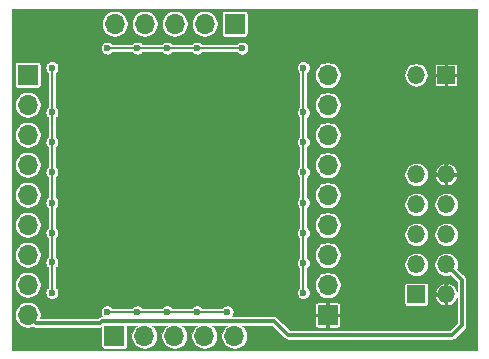
<source format=gbr>
G04 #@! TF.GenerationSoftware,KiCad,Pcbnew,5.1.10*
G04 #@! TF.CreationDate,2021-08-13T17:50:11+08:00*
G04 #@! TF.ProjectId,kudo-printer,6b75646f-2d70-4726-996e-7465722e6b69,rev?*
G04 #@! TF.SameCoordinates,PX2160ec0PY2255100*
G04 #@! TF.FileFunction,Copper,L2,Bot*
G04 #@! TF.FilePolarity,Positive*
%FSLAX46Y46*%
G04 Gerber Fmt 4.6, Leading zero omitted, Abs format (unit mm)*
G04 Created by KiCad (PCBNEW 5.1.10) date 2021-08-13 17:50:11*
%MOMM*%
%LPD*%
G01*
G04 APERTURE LIST*
G04 #@! TA.AperFunction,ComponentPad*
%ADD10O,1.700000X1.700000*%
G04 #@! TD*
G04 #@! TA.AperFunction,ComponentPad*
%ADD11R,1.700000X1.700000*%
G04 #@! TD*
G04 #@! TA.AperFunction,ComponentPad*
%ADD12O,1.500000X1.500000*%
G04 #@! TD*
G04 #@! TA.AperFunction,ComponentPad*
%ADD13R,1.500000X1.500000*%
G04 #@! TD*
G04 #@! TA.AperFunction,ViaPad*
%ADD14C,0.600000*%
G04 #@! TD*
G04 #@! TA.AperFunction,Conductor*
%ADD15C,0.160000*%
G04 #@! TD*
G04 #@! TA.AperFunction,Conductor*
%ADD16C,0.300000*%
G04 #@! TD*
G04 #@! TA.AperFunction,Conductor*
%ADD17C,0.100000*%
G04 #@! TD*
G04 APERTURE END LIST*
D10*
X1625000Y-26220000D03*
X1625000Y-23680000D03*
X1625000Y-21140000D03*
X1625000Y-18600000D03*
X1625000Y-16060000D03*
X1625000Y-13520000D03*
X1625000Y-10980000D03*
X1625000Y-8440000D03*
D11*
X1625000Y-5900000D03*
D10*
X8985000Y-1575000D03*
X11525000Y-1575000D03*
X14065000Y-1575000D03*
X16605000Y-1575000D03*
D11*
X19145000Y-1575000D03*
D10*
X19140000Y-28000000D03*
X16600000Y-28000000D03*
X14060000Y-28000000D03*
X11520000Y-28000000D03*
D11*
X8980000Y-28000000D03*
D10*
X27025000Y-5905000D03*
X27025000Y-8445000D03*
X27025000Y-10985000D03*
X27025000Y-13525000D03*
X27025000Y-16065000D03*
X27025000Y-18605000D03*
X27025000Y-21145000D03*
X27025000Y-23685000D03*
D11*
X27025000Y-26225000D03*
D12*
X34510000Y-5900000D03*
D13*
X37050000Y-5900000D03*
D12*
X37065000Y-14315000D03*
X34525000Y-14315000D03*
X37065000Y-16855000D03*
X34525000Y-16855000D03*
X37065000Y-19395000D03*
X34525000Y-19395000D03*
X37065000Y-21935000D03*
X34525000Y-21935000D03*
X37065000Y-24475000D03*
D13*
X34525000Y-24475000D03*
D14*
X17725000Y-19975000D03*
X5650000Y-26225000D03*
X14075000Y-15275000D03*
X1625000Y-1575000D03*
X3675000Y-9075000D03*
X3675000Y-11600000D03*
X3675000Y-14150000D03*
X3675000Y-16700000D03*
X3675000Y-19250000D03*
X3675000Y-21775000D03*
X3675000Y-24325000D03*
X24975000Y-9075000D03*
X24975000Y-11600000D03*
X24975000Y-14150000D03*
X24975000Y-16700000D03*
X24975000Y-19250000D03*
X24975000Y-21800000D03*
X24975000Y-24325000D03*
X18525000Y-25950000D03*
X15975000Y-25950000D03*
X13425000Y-25950000D03*
X10900000Y-25950000D03*
X8350000Y-25950000D03*
X8375000Y-3625000D03*
X10925000Y-3625000D03*
X13450000Y-3625000D03*
X16000000Y-3625000D03*
X24975000Y-5275000D03*
X19775000Y-3625000D03*
X3675000Y-5275000D03*
D15*
X8350000Y-25950000D02*
X10900000Y-25950000D01*
X10900000Y-25950000D02*
X18525000Y-25950000D01*
X24975000Y-5275000D02*
X24975000Y-24325000D01*
X8375000Y-3625000D02*
X19775000Y-3625000D01*
X3675000Y-24325000D02*
X3675000Y-5275000D01*
D16*
X1625000Y-26220000D02*
X2305000Y-26900000D01*
X2305000Y-26900000D02*
X7725000Y-26900000D01*
X7725000Y-26900000D02*
X7900000Y-26725000D01*
X7900000Y-26725000D02*
X22475000Y-26725000D01*
X22475000Y-26725000D02*
X23650000Y-27900000D01*
X23650000Y-27900000D02*
X37575000Y-27900000D01*
X37575000Y-27900000D02*
X38375000Y-27100000D01*
X38375000Y-23245000D02*
X37065000Y-21935000D01*
X38375000Y-27100000D02*
X38375000Y-23245000D01*
D17*
X39675000Y-29175000D02*
X325000Y-29175000D01*
X325000Y-26111659D01*
X525000Y-26111659D01*
X525000Y-26328341D01*
X567273Y-26540858D01*
X650193Y-26741045D01*
X770575Y-26921209D01*
X923791Y-27074425D01*
X1103955Y-27194807D01*
X1304142Y-27277727D01*
X1516659Y-27320000D01*
X1733341Y-27320000D01*
X1945858Y-27277727D01*
X2071383Y-27225733D01*
X2081697Y-27234197D01*
X2151186Y-27271340D01*
X2226586Y-27294212D01*
X2285353Y-27300000D01*
X2285363Y-27300000D01*
X2304999Y-27301934D01*
X2324635Y-27300000D01*
X7705354Y-27300000D01*
X7725000Y-27301935D01*
X7744646Y-27300000D01*
X7744647Y-27300000D01*
X7803414Y-27294212D01*
X7878791Y-27271347D01*
X7878791Y-28850000D01*
X7883618Y-28899008D01*
X7897913Y-28946134D01*
X7921127Y-28989564D01*
X7952368Y-29027632D01*
X7990436Y-29058873D01*
X8033866Y-29082087D01*
X8080992Y-29096382D01*
X8130000Y-29101209D01*
X9830000Y-29101209D01*
X9879008Y-29096382D01*
X9926134Y-29082087D01*
X9969564Y-29058873D01*
X10007632Y-29027632D01*
X10038873Y-28989564D01*
X10062087Y-28946134D01*
X10076382Y-28899008D01*
X10081209Y-28850000D01*
X10081209Y-27150000D01*
X10078747Y-27125000D01*
X10849584Y-27125000D01*
X10818791Y-27145575D01*
X10665575Y-27298791D01*
X10545193Y-27478955D01*
X10462273Y-27679142D01*
X10420000Y-27891659D01*
X10420000Y-28108341D01*
X10462273Y-28320858D01*
X10545193Y-28521045D01*
X10665575Y-28701209D01*
X10818791Y-28854425D01*
X10998955Y-28974807D01*
X11199142Y-29057727D01*
X11411659Y-29100000D01*
X11628341Y-29100000D01*
X11840858Y-29057727D01*
X12041045Y-28974807D01*
X12221209Y-28854425D01*
X12374425Y-28701209D01*
X12494807Y-28521045D01*
X12577727Y-28320858D01*
X12620000Y-28108341D01*
X12620000Y-27891659D01*
X12577727Y-27679142D01*
X12494807Y-27478955D01*
X12374425Y-27298791D01*
X12221209Y-27145575D01*
X12190416Y-27125000D01*
X13389584Y-27125000D01*
X13358791Y-27145575D01*
X13205575Y-27298791D01*
X13085193Y-27478955D01*
X13002273Y-27679142D01*
X12960000Y-27891659D01*
X12960000Y-28108341D01*
X13002273Y-28320858D01*
X13085193Y-28521045D01*
X13205575Y-28701209D01*
X13358791Y-28854425D01*
X13538955Y-28974807D01*
X13739142Y-29057727D01*
X13951659Y-29100000D01*
X14168341Y-29100000D01*
X14380858Y-29057727D01*
X14581045Y-28974807D01*
X14761209Y-28854425D01*
X14914425Y-28701209D01*
X15034807Y-28521045D01*
X15117727Y-28320858D01*
X15160000Y-28108341D01*
X15160000Y-27891659D01*
X15117727Y-27679142D01*
X15034807Y-27478955D01*
X14914425Y-27298791D01*
X14761209Y-27145575D01*
X14730416Y-27125000D01*
X15929584Y-27125000D01*
X15898791Y-27145575D01*
X15745575Y-27298791D01*
X15625193Y-27478955D01*
X15542273Y-27679142D01*
X15500000Y-27891659D01*
X15500000Y-28108341D01*
X15542273Y-28320858D01*
X15625193Y-28521045D01*
X15745575Y-28701209D01*
X15898791Y-28854425D01*
X16078955Y-28974807D01*
X16279142Y-29057727D01*
X16491659Y-29100000D01*
X16708341Y-29100000D01*
X16920858Y-29057727D01*
X17121045Y-28974807D01*
X17301209Y-28854425D01*
X17454425Y-28701209D01*
X17574807Y-28521045D01*
X17657727Y-28320858D01*
X17700000Y-28108341D01*
X17700000Y-27891659D01*
X17657727Y-27679142D01*
X17574807Y-27478955D01*
X17454425Y-27298791D01*
X17301209Y-27145575D01*
X17270416Y-27125000D01*
X18469584Y-27125000D01*
X18438791Y-27145575D01*
X18285575Y-27298791D01*
X18165193Y-27478955D01*
X18082273Y-27679142D01*
X18040000Y-27891659D01*
X18040000Y-28108341D01*
X18082273Y-28320858D01*
X18165193Y-28521045D01*
X18285575Y-28701209D01*
X18438791Y-28854425D01*
X18618955Y-28974807D01*
X18819142Y-29057727D01*
X19031659Y-29100000D01*
X19248341Y-29100000D01*
X19460858Y-29057727D01*
X19661045Y-28974807D01*
X19841209Y-28854425D01*
X19994425Y-28701209D01*
X20114807Y-28521045D01*
X20197727Y-28320858D01*
X20240000Y-28108341D01*
X20240000Y-27891659D01*
X20197727Y-27679142D01*
X20114807Y-27478955D01*
X19994425Y-27298791D01*
X19841209Y-27145575D01*
X19810416Y-27125000D01*
X22309315Y-27125000D01*
X23353267Y-28168953D01*
X23365789Y-28184211D01*
X23381047Y-28196733D01*
X23381049Y-28196735D01*
X23426697Y-28234197D01*
X23496186Y-28271340D01*
X23571586Y-28294212D01*
X23650000Y-28301935D01*
X23669646Y-28300000D01*
X37555354Y-28300000D01*
X37575000Y-28301935D01*
X37594646Y-28300000D01*
X37594647Y-28300000D01*
X37653414Y-28294212D01*
X37728814Y-28271340D01*
X37798303Y-28234197D01*
X37859211Y-28184211D01*
X37871737Y-28168948D01*
X38643954Y-27396732D01*
X38659211Y-27384211D01*
X38709197Y-27323303D01*
X38736973Y-27271339D01*
X38746340Y-27253815D01*
X38769212Y-27178414D01*
X38771444Y-27155752D01*
X38775000Y-27119647D01*
X38775000Y-27119646D01*
X38776935Y-27100000D01*
X38775000Y-27080353D01*
X38775000Y-23264647D01*
X38776935Y-23245000D01*
X38769212Y-23166586D01*
X38746340Y-23091186D01*
X38709197Y-23021697D01*
X38671735Y-22976049D01*
X38671733Y-22976047D01*
X38659211Y-22960789D01*
X38643953Y-22948267D01*
X37996053Y-22300367D01*
X38026571Y-22226689D01*
X38065000Y-22033491D01*
X38065000Y-21836509D01*
X38026571Y-21643311D01*
X37951189Y-21461322D01*
X37841751Y-21297537D01*
X37702463Y-21158249D01*
X37538678Y-21048811D01*
X37356689Y-20973429D01*
X37163491Y-20935000D01*
X36966509Y-20935000D01*
X36773311Y-20973429D01*
X36591322Y-21048811D01*
X36427537Y-21158249D01*
X36288249Y-21297537D01*
X36178811Y-21461322D01*
X36103429Y-21643311D01*
X36065000Y-21836509D01*
X36065000Y-22033491D01*
X36103429Y-22226689D01*
X36178811Y-22408678D01*
X36288249Y-22572463D01*
X36427537Y-22711751D01*
X36591322Y-22821189D01*
X36773311Y-22896571D01*
X36966509Y-22935000D01*
X37163491Y-22935000D01*
X37356689Y-22896571D01*
X37430367Y-22866053D01*
X37975001Y-23410687D01*
X37975001Y-24169563D01*
X37973946Y-24166085D01*
X37896215Y-23994694D01*
X37786540Y-23841761D01*
X37649137Y-23713163D01*
X37489286Y-23613842D01*
X37313130Y-23547615D01*
X37165000Y-23572717D01*
X37165000Y-24375000D01*
X37185000Y-24375000D01*
X37185000Y-24575000D01*
X37165000Y-24575000D01*
X37165000Y-25377283D01*
X37313130Y-25402385D01*
X37489286Y-25336158D01*
X37649137Y-25236837D01*
X37786540Y-25108239D01*
X37896215Y-24955306D01*
X37973946Y-24783915D01*
X37975001Y-24780437D01*
X37975000Y-26934314D01*
X37409315Y-27500000D01*
X23815686Y-27500000D01*
X23390686Y-27075000D01*
X25963984Y-27075000D01*
X25968039Y-27116167D01*
X25980047Y-27155752D01*
X25999547Y-27192234D01*
X26025789Y-27224211D01*
X26057766Y-27250453D01*
X26094248Y-27269953D01*
X26133833Y-27281961D01*
X26175000Y-27286016D01*
X26872500Y-27285000D01*
X26925000Y-27232500D01*
X26925000Y-26325000D01*
X27125000Y-26325000D01*
X27125000Y-27232500D01*
X27177500Y-27285000D01*
X27875000Y-27286016D01*
X27916167Y-27281961D01*
X27955752Y-27269953D01*
X27992234Y-27250453D01*
X28024211Y-27224211D01*
X28050453Y-27192234D01*
X28069953Y-27155752D01*
X28081961Y-27116167D01*
X28086016Y-27075000D01*
X28085000Y-26377500D01*
X28032500Y-26325000D01*
X27125000Y-26325000D01*
X26925000Y-26325000D01*
X26017500Y-26325000D01*
X25965000Y-26377500D01*
X25963984Y-27075000D01*
X23390686Y-27075000D01*
X22771737Y-26456052D01*
X22759211Y-26440789D01*
X22698303Y-26390803D01*
X22628814Y-26353660D01*
X22553414Y-26330788D01*
X22494647Y-26325000D01*
X22494646Y-26325000D01*
X22475000Y-26323065D01*
X22455354Y-26325000D01*
X18927817Y-26325000D01*
X18952213Y-26300604D01*
X19012403Y-26210523D01*
X19053864Y-26110429D01*
X19075000Y-26004170D01*
X19075000Y-25895830D01*
X19053864Y-25789571D01*
X19012403Y-25689477D01*
X18952213Y-25599396D01*
X18875604Y-25522787D01*
X18785523Y-25462597D01*
X18685429Y-25421136D01*
X18579170Y-25400000D01*
X18470830Y-25400000D01*
X18364571Y-25421136D01*
X18264477Y-25462597D01*
X18174396Y-25522787D01*
X18097787Y-25599396D01*
X18084020Y-25620000D01*
X16415980Y-25620000D01*
X16402213Y-25599396D01*
X16325604Y-25522787D01*
X16235523Y-25462597D01*
X16135429Y-25421136D01*
X16029170Y-25400000D01*
X15920830Y-25400000D01*
X15814571Y-25421136D01*
X15714477Y-25462597D01*
X15624396Y-25522787D01*
X15547787Y-25599396D01*
X15534020Y-25620000D01*
X13865980Y-25620000D01*
X13852213Y-25599396D01*
X13775604Y-25522787D01*
X13685523Y-25462597D01*
X13585429Y-25421136D01*
X13479170Y-25400000D01*
X13370830Y-25400000D01*
X13264571Y-25421136D01*
X13164477Y-25462597D01*
X13074396Y-25522787D01*
X12997787Y-25599396D01*
X12984020Y-25620000D01*
X11340980Y-25620000D01*
X11327213Y-25599396D01*
X11250604Y-25522787D01*
X11160523Y-25462597D01*
X11060429Y-25421136D01*
X10954170Y-25400000D01*
X10845830Y-25400000D01*
X10739571Y-25421136D01*
X10639477Y-25462597D01*
X10549396Y-25522787D01*
X10472787Y-25599396D01*
X10459020Y-25620000D01*
X8790980Y-25620000D01*
X8777213Y-25599396D01*
X8700604Y-25522787D01*
X8610523Y-25462597D01*
X8510429Y-25421136D01*
X8404170Y-25400000D01*
X8295830Y-25400000D01*
X8189571Y-25421136D01*
X8089477Y-25462597D01*
X7999396Y-25522787D01*
X7922787Y-25599396D01*
X7862597Y-25689477D01*
X7821136Y-25789571D01*
X7800000Y-25895830D01*
X7800000Y-26004170D01*
X7821136Y-26110429D01*
X7862597Y-26210523D01*
X7922787Y-26300604D01*
X7947183Y-26325000D01*
X7919635Y-26325000D01*
X7899999Y-26323066D01*
X7880363Y-26325000D01*
X7880353Y-26325000D01*
X7821586Y-26330788D01*
X7746186Y-26353660D01*
X7676697Y-26390803D01*
X7615789Y-26440789D01*
X7603259Y-26456057D01*
X7559316Y-26500000D01*
X2690854Y-26500000D01*
X2725000Y-26328341D01*
X2725000Y-26111659D01*
X2682727Y-25899142D01*
X2599807Y-25698955D01*
X2479425Y-25518791D01*
X2335634Y-25375000D01*
X25963984Y-25375000D01*
X25965000Y-26072500D01*
X26017500Y-26125000D01*
X26925000Y-26125000D01*
X26925000Y-25217500D01*
X27125000Y-25217500D01*
X27125000Y-26125000D01*
X28032500Y-26125000D01*
X28085000Y-26072500D01*
X28086016Y-25375000D01*
X28081961Y-25333833D01*
X28069953Y-25294248D01*
X28050453Y-25257766D01*
X28024211Y-25225789D01*
X27992234Y-25199547D01*
X27955752Y-25180047D01*
X27916167Y-25168039D01*
X27875000Y-25163984D01*
X27177500Y-25165000D01*
X27125000Y-25217500D01*
X26925000Y-25217500D01*
X26872500Y-25165000D01*
X26175000Y-25163984D01*
X26133833Y-25168039D01*
X26094248Y-25180047D01*
X26057766Y-25199547D01*
X26025789Y-25225789D01*
X25999547Y-25257766D01*
X25980047Y-25294248D01*
X25968039Y-25333833D01*
X25963984Y-25375000D01*
X2335634Y-25375000D01*
X2326209Y-25365575D01*
X2146045Y-25245193D01*
X1945858Y-25162273D01*
X1733341Y-25120000D01*
X1516659Y-25120000D01*
X1304142Y-25162273D01*
X1103955Y-25245193D01*
X923791Y-25365575D01*
X770575Y-25518791D01*
X650193Y-25698955D01*
X567273Y-25899142D01*
X525000Y-26111659D01*
X325000Y-26111659D01*
X325000Y-23571659D01*
X525000Y-23571659D01*
X525000Y-23788341D01*
X567273Y-24000858D01*
X650193Y-24201045D01*
X770575Y-24381209D01*
X923791Y-24534425D01*
X1103955Y-24654807D01*
X1304142Y-24737727D01*
X1516659Y-24780000D01*
X1733341Y-24780000D01*
X1945858Y-24737727D01*
X2146045Y-24654807D01*
X2326209Y-24534425D01*
X2479425Y-24381209D01*
X2599807Y-24201045D01*
X2682727Y-24000858D01*
X2725000Y-23788341D01*
X2725000Y-23571659D01*
X2682727Y-23359142D01*
X2599807Y-23158955D01*
X2479425Y-22978791D01*
X2326209Y-22825575D01*
X2146045Y-22705193D01*
X1945858Y-22622273D01*
X1733341Y-22580000D01*
X1516659Y-22580000D01*
X1304142Y-22622273D01*
X1103955Y-22705193D01*
X923791Y-22825575D01*
X770575Y-22978791D01*
X650193Y-23158955D01*
X567273Y-23359142D01*
X525000Y-23571659D01*
X325000Y-23571659D01*
X325000Y-21031659D01*
X525000Y-21031659D01*
X525000Y-21248341D01*
X567273Y-21460858D01*
X650193Y-21661045D01*
X770575Y-21841209D01*
X923791Y-21994425D01*
X1103955Y-22114807D01*
X1304142Y-22197727D01*
X1516659Y-22240000D01*
X1733341Y-22240000D01*
X1945858Y-22197727D01*
X2146045Y-22114807D01*
X2326209Y-21994425D01*
X2479425Y-21841209D01*
X2599807Y-21661045D01*
X2682727Y-21460858D01*
X2725000Y-21248341D01*
X2725000Y-21031659D01*
X2682727Y-20819142D01*
X2599807Y-20618955D01*
X2479425Y-20438791D01*
X2326209Y-20285575D01*
X2146045Y-20165193D01*
X1945858Y-20082273D01*
X1733341Y-20040000D01*
X1516659Y-20040000D01*
X1304142Y-20082273D01*
X1103955Y-20165193D01*
X923791Y-20285575D01*
X770575Y-20438791D01*
X650193Y-20618955D01*
X567273Y-20819142D01*
X525000Y-21031659D01*
X325000Y-21031659D01*
X325000Y-18491659D01*
X525000Y-18491659D01*
X525000Y-18708341D01*
X567273Y-18920858D01*
X650193Y-19121045D01*
X770575Y-19301209D01*
X923791Y-19454425D01*
X1103955Y-19574807D01*
X1304142Y-19657727D01*
X1516659Y-19700000D01*
X1733341Y-19700000D01*
X1945858Y-19657727D01*
X2146045Y-19574807D01*
X2326209Y-19454425D01*
X2479425Y-19301209D01*
X2599807Y-19121045D01*
X2682727Y-18920858D01*
X2725000Y-18708341D01*
X2725000Y-18491659D01*
X2682727Y-18279142D01*
X2599807Y-18078955D01*
X2479425Y-17898791D01*
X2326209Y-17745575D01*
X2146045Y-17625193D01*
X1945858Y-17542273D01*
X1733341Y-17500000D01*
X1516659Y-17500000D01*
X1304142Y-17542273D01*
X1103955Y-17625193D01*
X923791Y-17745575D01*
X770575Y-17898791D01*
X650193Y-18078955D01*
X567273Y-18279142D01*
X525000Y-18491659D01*
X325000Y-18491659D01*
X325000Y-15951659D01*
X525000Y-15951659D01*
X525000Y-16168341D01*
X567273Y-16380858D01*
X650193Y-16581045D01*
X770575Y-16761209D01*
X923791Y-16914425D01*
X1103955Y-17034807D01*
X1304142Y-17117727D01*
X1516659Y-17160000D01*
X1733341Y-17160000D01*
X1945858Y-17117727D01*
X2146045Y-17034807D01*
X2326209Y-16914425D01*
X2479425Y-16761209D01*
X2599807Y-16581045D01*
X2682727Y-16380858D01*
X2725000Y-16168341D01*
X2725000Y-15951659D01*
X2682727Y-15739142D01*
X2599807Y-15538955D01*
X2479425Y-15358791D01*
X2326209Y-15205575D01*
X2146045Y-15085193D01*
X1945858Y-15002273D01*
X1733341Y-14960000D01*
X1516659Y-14960000D01*
X1304142Y-15002273D01*
X1103955Y-15085193D01*
X923791Y-15205575D01*
X770575Y-15358791D01*
X650193Y-15538955D01*
X567273Y-15739142D01*
X525000Y-15951659D01*
X325000Y-15951659D01*
X325000Y-13411659D01*
X525000Y-13411659D01*
X525000Y-13628341D01*
X567273Y-13840858D01*
X650193Y-14041045D01*
X770575Y-14221209D01*
X923791Y-14374425D01*
X1103955Y-14494807D01*
X1304142Y-14577727D01*
X1516659Y-14620000D01*
X1733341Y-14620000D01*
X1945858Y-14577727D01*
X2146045Y-14494807D01*
X2326209Y-14374425D01*
X2479425Y-14221209D01*
X2599807Y-14041045D01*
X2682727Y-13840858D01*
X2725000Y-13628341D01*
X2725000Y-13411659D01*
X2682727Y-13199142D01*
X2599807Y-12998955D01*
X2479425Y-12818791D01*
X2326209Y-12665575D01*
X2146045Y-12545193D01*
X1945858Y-12462273D01*
X1733341Y-12420000D01*
X1516659Y-12420000D01*
X1304142Y-12462273D01*
X1103955Y-12545193D01*
X923791Y-12665575D01*
X770575Y-12818791D01*
X650193Y-12998955D01*
X567273Y-13199142D01*
X525000Y-13411659D01*
X325000Y-13411659D01*
X325000Y-10871659D01*
X525000Y-10871659D01*
X525000Y-11088341D01*
X567273Y-11300858D01*
X650193Y-11501045D01*
X770575Y-11681209D01*
X923791Y-11834425D01*
X1103955Y-11954807D01*
X1304142Y-12037727D01*
X1516659Y-12080000D01*
X1733341Y-12080000D01*
X1945858Y-12037727D01*
X2146045Y-11954807D01*
X2326209Y-11834425D01*
X2479425Y-11681209D01*
X2599807Y-11501045D01*
X2682727Y-11300858D01*
X2725000Y-11088341D01*
X2725000Y-10871659D01*
X2682727Y-10659142D01*
X2599807Y-10458955D01*
X2479425Y-10278791D01*
X2326209Y-10125575D01*
X2146045Y-10005193D01*
X1945858Y-9922273D01*
X1733341Y-9880000D01*
X1516659Y-9880000D01*
X1304142Y-9922273D01*
X1103955Y-10005193D01*
X923791Y-10125575D01*
X770575Y-10278791D01*
X650193Y-10458955D01*
X567273Y-10659142D01*
X525000Y-10871659D01*
X325000Y-10871659D01*
X325000Y-8331659D01*
X525000Y-8331659D01*
X525000Y-8548341D01*
X567273Y-8760858D01*
X650193Y-8961045D01*
X770575Y-9141209D01*
X923791Y-9294425D01*
X1103955Y-9414807D01*
X1304142Y-9497727D01*
X1516659Y-9540000D01*
X1733341Y-9540000D01*
X1945858Y-9497727D01*
X2146045Y-9414807D01*
X2326209Y-9294425D01*
X2479425Y-9141209D01*
X2599807Y-8961045D01*
X2682727Y-8760858D01*
X2725000Y-8548341D01*
X2725000Y-8331659D01*
X2682727Y-8119142D01*
X2599807Y-7918955D01*
X2479425Y-7738791D01*
X2326209Y-7585575D01*
X2146045Y-7465193D01*
X1945858Y-7382273D01*
X1733341Y-7340000D01*
X1516659Y-7340000D01*
X1304142Y-7382273D01*
X1103955Y-7465193D01*
X923791Y-7585575D01*
X770575Y-7738791D01*
X650193Y-7918955D01*
X567273Y-8119142D01*
X525000Y-8331659D01*
X325000Y-8331659D01*
X325000Y-5050000D01*
X523791Y-5050000D01*
X523791Y-6750000D01*
X528618Y-6799008D01*
X542913Y-6846134D01*
X566127Y-6889564D01*
X597368Y-6927632D01*
X635436Y-6958873D01*
X678866Y-6982087D01*
X725992Y-6996382D01*
X775000Y-7001209D01*
X2475000Y-7001209D01*
X2524008Y-6996382D01*
X2571134Y-6982087D01*
X2614564Y-6958873D01*
X2652632Y-6927632D01*
X2683873Y-6889564D01*
X2707087Y-6846134D01*
X2721382Y-6799008D01*
X2726209Y-6750000D01*
X2726209Y-5220830D01*
X3125000Y-5220830D01*
X3125000Y-5329170D01*
X3146136Y-5435429D01*
X3187597Y-5535523D01*
X3247787Y-5625604D01*
X3324396Y-5702213D01*
X3345001Y-5715981D01*
X3345001Y-8634019D01*
X3324396Y-8647787D01*
X3247787Y-8724396D01*
X3187597Y-8814477D01*
X3146136Y-8914571D01*
X3125000Y-9020830D01*
X3125000Y-9129170D01*
X3146136Y-9235429D01*
X3187597Y-9335523D01*
X3247787Y-9425604D01*
X3324396Y-9502213D01*
X3345001Y-9515981D01*
X3345001Y-11159019D01*
X3324396Y-11172787D01*
X3247787Y-11249396D01*
X3187597Y-11339477D01*
X3146136Y-11439571D01*
X3125000Y-11545830D01*
X3125000Y-11654170D01*
X3146136Y-11760429D01*
X3187597Y-11860523D01*
X3247787Y-11950604D01*
X3324396Y-12027213D01*
X3345001Y-12040981D01*
X3345001Y-13709020D01*
X3324396Y-13722787D01*
X3247787Y-13799396D01*
X3187597Y-13889477D01*
X3146136Y-13989571D01*
X3125000Y-14095830D01*
X3125000Y-14204170D01*
X3146136Y-14310429D01*
X3187597Y-14410523D01*
X3247787Y-14500604D01*
X3324396Y-14577213D01*
X3345001Y-14590980D01*
X3345000Y-16259020D01*
X3324396Y-16272787D01*
X3247787Y-16349396D01*
X3187597Y-16439477D01*
X3146136Y-16539571D01*
X3125000Y-16645830D01*
X3125000Y-16754170D01*
X3146136Y-16860429D01*
X3187597Y-16960523D01*
X3247787Y-17050604D01*
X3324396Y-17127213D01*
X3345000Y-17140980D01*
X3345000Y-18809020D01*
X3324396Y-18822787D01*
X3247787Y-18899396D01*
X3187597Y-18989477D01*
X3146136Y-19089571D01*
X3125000Y-19195830D01*
X3125000Y-19304170D01*
X3146136Y-19410429D01*
X3187597Y-19510523D01*
X3247787Y-19600604D01*
X3324396Y-19677213D01*
X3345000Y-19690980D01*
X3345000Y-21334020D01*
X3324396Y-21347787D01*
X3247787Y-21424396D01*
X3187597Y-21514477D01*
X3146136Y-21614571D01*
X3125000Y-21720830D01*
X3125000Y-21829170D01*
X3146136Y-21935429D01*
X3187597Y-22035523D01*
X3247787Y-22125604D01*
X3324396Y-22202213D01*
X3345000Y-22215980D01*
X3345000Y-23884020D01*
X3324396Y-23897787D01*
X3247787Y-23974396D01*
X3187597Y-24064477D01*
X3146136Y-24164571D01*
X3125000Y-24270830D01*
X3125000Y-24379170D01*
X3146136Y-24485429D01*
X3187597Y-24585523D01*
X3247787Y-24675604D01*
X3324396Y-24752213D01*
X3414477Y-24812403D01*
X3514571Y-24853864D01*
X3620830Y-24875000D01*
X3729170Y-24875000D01*
X3835429Y-24853864D01*
X3935523Y-24812403D01*
X4025604Y-24752213D01*
X4102213Y-24675604D01*
X4162403Y-24585523D01*
X4203864Y-24485429D01*
X4225000Y-24379170D01*
X4225000Y-24270830D01*
X4203864Y-24164571D01*
X4162403Y-24064477D01*
X4102213Y-23974396D01*
X4025604Y-23897787D01*
X4005000Y-23884020D01*
X4005000Y-22215980D01*
X4025604Y-22202213D01*
X4102213Y-22125604D01*
X4162403Y-22035523D01*
X4203864Y-21935429D01*
X4225000Y-21829170D01*
X4225000Y-21720830D01*
X4203864Y-21614571D01*
X4162403Y-21514477D01*
X4102213Y-21424396D01*
X4025604Y-21347787D01*
X4005000Y-21334020D01*
X4005000Y-19690980D01*
X4025604Y-19677213D01*
X4102213Y-19600604D01*
X4162403Y-19510523D01*
X4203864Y-19410429D01*
X4225000Y-19304170D01*
X4225000Y-19195830D01*
X4203864Y-19089571D01*
X4162403Y-18989477D01*
X4102213Y-18899396D01*
X4025604Y-18822787D01*
X4005000Y-18809020D01*
X4005000Y-17140980D01*
X4025604Y-17127213D01*
X4102213Y-17050604D01*
X4162403Y-16960523D01*
X4203864Y-16860429D01*
X4225000Y-16754170D01*
X4225000Y-16645830D01*
X4203864Y-16539571D01*
X4162403Y-16439477D01*
X4102213Y-16349396D01*
X4025604Y-16272787D01*
X4005000Y-16259020D01*
X4005000Y-14590980D01*
X4025604Y-14577213D01*
X4102213Y-14500604D01*
X4162403Y-14410523D01*
X4203864Y-14310429D01*
X4225000Y-14204170D01*
X4225000Y-14095830D01*
X4203864Y-13989571D01*
X4162403Y-13889477D01*
X4102213Y-13799396D01*
X4025604Y-13722787D01*
X4005000Y-13709020D01*
X4005000Y-12040980D01*
X4025604Y-12027213D01*
X4102213Y-11950604D01*
X4162403Y-11860523D01*
X4203864Y-11760429D01*
X4225000Y-11654170D01*
X4225000Y-11545830D01*
X4203864Y-11439571D01*
X4162403Y-11339477D01*
X4102213Y-11249396D01*
X4025604Y-11172787D01*
X4005000Y-11159020D01*
X4005000Y-9515980D01*
X4025604Y-9502213D01*
X4102213Y-9425604D01*
X4162403Y-9335523D01*
X4203864Y-9235429D01*
X4225000Y-9129170D01*
X4225000Y-9020830D01*
X4203864Y-8914571D01*
X4162403Y-8814477D01*
X4102213Y-8724396D01*
X4025604Y-8647787D01*
X4005000Y-8634020D01*
X4005000Y-5715980D01*
X4025604Y-5702213D01*
X4102213Y-5625604D01*
X4162403Y-5535523D01*
X4203864Y-5435429D01*
X4225000Y-5329170D01*
X4225000Y-5220830D01*
X24425000Y-5220830D01*
X24425000Y-5329170D01*
X24446136Y-5435429D01*
X24487597Y-5535523D01*
X24547787Y-5625604D01*
X24624396Y-5702213D01*
X24645000Y-5715980D01*
X24645000Y-8634020D01*
X24624396Y-8647787D01*
X24547787Y-8724396D01*
X24487597Y-8814477D01*
X24446136Y-8914571D01*
X24425000Y-9020830D01*
X24425000Y-9129170D01*
X24446136Y-9235429D01*
X24487597Y-9335523D01*
X24547787Y-9425604D01*
X24624396Y-9502213D01*
X24645000Y-9515980D01*
X24645000Y-11159020D01*
X24624396Y-11172787D01*
X24547787Y-11249396D01*
X24487597Y-11339477D01*
X24446136Y-11439571D01*
X24425000Y-11545830D01*
X24425000Y-11654170D01*
X24446136Y-11760429D01*
X24487597Y-11860523D01*
X24547787Y-11950604D01*
X24624396Y-12027213D01*
X24645000Y-12040980D01*
X24645000Y-13709020D01*
X24624396Y-13722787D01*
X24547787Y-13799396D01*
X24487597Y-13889477D01*
X24446136Y-13989571D01*
X24425000Y-14095830D01*
X24425000Y-14204170D01*
X24446136Y-14310429D01*
X24487597Y-14410523D01*
X24547787Y-14500604D01*
X24624396Y-14577213D01*
X24645000Y-14590980D01*
X24645001Y-16259020D01*
X24624396Y-16272787D01*
X24547787Y-16349396D01*
X24487597Y-16439477D01*
X24446136Y-16539571D01*
X24425000Y-16645830D01*
X24425000Y-16754170D01*
X24446136Y-16860429D01*
X24487597Y-16960523D01*
X24547787Y-17050604D01*
X24624396Y-17127213D01*
X24645001Y-17140981D01*
X24645001Y-18809019D01*
X24624396Y-18822787D01*
X24547787Y-18899396D01*
X24487597Y-18989477D01*
X24446136Y-19089571D01*
X24425000Y-19195830D01*
X24425000Y-19304170D01*
X24446136Y-19410429D01*
X24487597Y-19510523D01*
X24547787Y-19600604D01*
X24624396Y-19677213D01*
X24645001Y-19690981D01*
X24645001Y-21359019D01*
X24624396Y-21372787D01*
X24547787Y-21449396D01*
X24487597Y-21539477D01*
X24446136Y-21639571D01*
X24425000Y-21745830D01*
X24425000Y-21854170D01*
X24446136Y-21960429D01*
X24487597Y-22060523D01*
X24547787Y-22150604D01*
X24624396Y-22227213D01*
X24645001Y-22240981D01*
X24645001Y-23884019D01*
X24624396Y-23897787D01*
X24547787Y-23974396D01*
X24487597Y-24064477D01*
X24446136Y-24164571D01*
X24425000Y-24270830D01*
X24425000Y-24379170D01*
X24446136Y-24485429D01*
X24487597Y-24585523D01*
X24547787Y-24675604D01*
X24624396Y-24752213D01*
X24714477Y-24812403D01*
X24814571Y-24853864D01*
X24920830Y-24875000D01*
X25029170Y-24875000D01*
X25135429Y-24853864D01*
X25235523Y-24812403D01*
X25325604Y-24752213D01*
X25402213Y-24675604D01*
X25462403Y-24585523D01*
X25503864Y-24485429D01*
X25525000Y-24379170D01*
X25525000Y-24270830D01*
X25503864Y-24164571D01*
X25462403Y-24064477D01*
X25402213Y-23974396D01*
X25325604Y-23897787D01*
X25305000Y-23884020D01*
X25305000Y-23576659D01*
X25925000Y-23576659D01*
X25925000Y-23793341D01*
X25967273Y-24005858D01*
X26050193Y-24206045D01*
X26170575Y-24386209D01*
X26323791Y-24539425D01*
X26503955Y-24659807D01*
X26704142Y-24742727D01*
X26916659Y-24785000D01*
X27133341Y-24785000D01*
X27345858Y-24742727D01*
X27546045Y-24659807D01*
X27726209Y-24539425D01*
X27879425Y-24386209D01*
X27999807Y-24206045D01*
X28082727Y-24005858D01*
X28125000Y-23793341D01*
X28125000Y-23725000D01*
X33523791Y-23725000D01*
X33523791Y-25225000D01*
X33528618Y-25274008D01*
X33542913Y-25321134D01*
X33566127Y-25364564D01*
X33597368Y-25402632D01*
X33635436Y-25433873D01*
X33678866Y-25457087D01*
X33725992Y-25471382D01*
X33775000Y-25476209D01*
X35275000Y-25476209D01*
X35324008Y-25471382D01*
X35371134Y-25457087D01*
X35414564Y-25433873D01*
X35452632Y-25402632D01*
X35483873Y-25364564D01*
X35507087Y-25321134D01*
X35521382Y-25274008D01*
X35526209Y-25225000D01*
X35526209Y-24723129D01*
X36137621Y-24723129D01*
X36156054Y-24783915D01*
X36233785Y-24955306D01*
X36343460Y-25108239D01*
X36480863Y-25236837D01*
X36640714Y-25336158D01*
X36816870Y-25402385D01*
X36965000Y-25377283D01*
X36965000Y-24575000D01*
X36163026Y-24575000D01*
X36137621Y-24723129D01*
X35526209Y-24723129D01*
X35526209Y-24226871D01*
X36137621Y-24226871D01*
X36163026Y-24375000D01*
X36965000Y-24375000D01*
X36965000Y-23572717D01*
X36816870Y-23547615D01*
X36640714Y-23613842D01*
X36480863Y-23713163D01*
X36343460Y-23841761D01*
X36233785Y-23994694D01*
X36156054Y-24166085D01*
X36137621Y-24226871D01*
X35526209Y-24226871D01*
X35526209Y-23725000D01*
X35521382Y-23675992D01*
X35507087Y-23628866D01*
X35483873Y-23585436D01*
X35452632Y-23547368D01*
X35414564Y-23516127D01*
X35371134Y-23492913D01*
X35324008Y-23478618D01*
X35275000Y-23473791D01*
X33775000Y-23473791D01*
X33725992Y-23478618D01*
X33678866Y-23492913D01*
X33635436Y-23516127D01*
X33597368Y-23547368D01*
X33566127Y-23585436D01*
X33542913Y-23628866D01*
X33528618Y-23675992D01*
X33523791Y-23725000D01*
X28125000Y-23725000D01*
X28125000Y-23576659D01*
X28082727Y-23364142D01*
X27999807Y-23163955D01*
X27879425Y-22983791D01*
X27726209Y-22830575D01*
X27546045Y-22710193D01*
X27345858Y-22627273D01*
X27133341Y-22585000D01*
X26916659Y-22585000D01*
X26704142Y-22627273D01*
X26503955Y-22710193D01*
X26323791Y-22830575D01*
X26170575Y-22983791D01*
X26050193Y-23163955D01*
X25967273Y-23364142D01*
X25925000Y-23576659D01*
X25305000Y-23576659D01*
X25305000Y-22240980D01*
X25325604Y-22227213D01*
X25402213Y-22150604D01*
X25462403Y-22060523D01*
X25503864Y-21960429D01*
X25525000Y-21854170D01*
X25525000Y-21745830D01*
X25503864Y-21639571D01*
X25462403Y-21539477D01*
X25402213Y-21449396D01*
X25325604Y-21372787D01*
X25305000Y-21359020D01*
X25305000Y-21036659D01*
X25925000Y-21036659D01*
X25925000Y-21253341D01*
X25967273Y-21465858D01*
X26050193Y-21666045D01*
X26170575Y-21846209D01*
X26323791Y-21999425D01*
X26503955Y-22119807D01*
X26704142Y-22202727D01*
X26916659Y-22245000D01*
X27133341Y-22245000D01*
X27345858Y-22202727D01*
X27546045Y-22119807D01*
X27726209Y-21999425D01*
X27879425Y-21846209D01*
X27885906Y-21836509D01*
X33525000Y-21836509D01*
X33525000Y-22033491D01*
X33563429Y-22226689D01*
X33638811Y-22408678D01*
X33748249Y-22572463D01*
X33887537Y-22711751D01*
X34051322Y-22821189D01*
X34233311Y-22896571D01*
X34426509Y-22935000D01*
X34623491Y-22935000D01*
X34816689Y-22896571D01*
X34998678Y-22821189D01*
X35162463Y-22711751D01*
X35301751Y-22572463D01*
X35411189Y-22408678D01*
X35486571Y-22226689D01*
X35525000Y-22033491D01*
X35525000Y-21836509D01*
X35486571Y-21643311D01*
X35411189Y-21461322D01*
X35301751Y-21297537D01*
X35162463Y-21158249D01*
X34998678Y-21048811D01*
X34816689Y-20973429D01*
X34623491Y-20935000D01*
X34426509Y-20935000D01*
X34233311Y-20973429D01*
X34051322Y-21048811D01*
X33887537Y-21158249D01*
X33748249Y-21297537D01*
X33638811Y-21461322D01*
X33563429Y-21643311D01*
X33525000Y-21836509D01*
X27885906Y-21836509D01*
X27999807Y-21666045D01*
X28082727Y-21465858D01*
X28125000Y-21253341D01*
X28125000Y-21036659D01*
X28082727Y-20824142D01*
X27999807Y-20623955D01*
X27879425Y-20443791D01*
X27726209Y-20290575D01*
X27546045Y-20170193D01*
X27345858Y-20087273D01*
X27133341Y-20045000D01*
X26916659Y-20045000D01*
X26704142Y-20087273D01*
X26503955Y-20170193D01*
X26323791Y-20290575D01*
X26170575Y-20443791D01*
X26050193Y-20623955D01*
X25967273Y-20824142D01*
X25925000Y-21036659D01*
X25305000Y-21036659D01*
X25305000Y-19690980D01*
X25325604Y-19677213D01*
X25402213Y-19600604D01*
X25462403Y-19510523D01*
X25503864Y-19410429D01*
X25525000Y-19304170D01*
X25525000Y-19195830D01*
X25503864Y-19089571D01*
X25462403Y-18989477D01*
X25402213Y-18899396D01*
X25325604Y-18822787D01*
X25305000Y-18809020D01*
X25305000Y-18496659D01*
X25925000Y-18496659D01*
X25925000Y-18713341D01*
X25967273Y-18925858D01*
X26050193Y-19126045D01*
X26170575Y-19306209D01*
X26323791Y-19459425D01*
X26503955Y-19579807D01*
X26704142Y-19662727D01*
X26916659Y-19705000D01*
X27133341Y-19705000D01*
X27345858Y-19662727D01*
X27546045Y-19579807D01*
X27726209Y-19459425D01*
X27879425Y-19306209D01*
X27885906Y-19296509D01*
X33525000Y-19296509D01*
X33525000Y-19493491D01*
X33563429Y-19686689D01*
X33638811Y-19868678D01*
X33748249Y-20032463D01*
X33887537Y-20171751D01*
X34051322Y-20281189D01*
X34233311Y-20356571D01*
X34426509Y-20395000D01*
X34623491Y-20395000D01*
X34816689Y-20356571D01*
X34998678Y-20281189D01*
X35162463Y-20171751D01*
X35301751Y-20032463D01*
X35411189Y-19868678D01*
X35486571Y-19686689D01*
X35525000Y-19493491D01*
X35525000Y-19296509D01*
X36065000Y-19296509D01*
X36065000Y-19493491D01*
X36103429Y-19686689D01*
X36178811Y-19868678D01*
X36288249Y-20032463D01*
X36427537Y-20171751D01*
X36591322Y-20281189D01*
X36773311Y-20356571D01*
X36966509Y-20395000D01*
X37163491Y-20395000D01*
X37356689Y-20356571D01*
X37538678Y-20281189D01*
X37702463Y-20171751D01*
X37841751Y-20032463D01*
X37951189Y-19868678D01*
X38026571Y-19686689D01*
X38065000Y-19493491D01*
X38065000Y-19296509D01*
X38026571Y-19103311D01*
X37951189Y-18921322D01*
X37841751Y-18757537D01*
X37702463Y-18618249D01*
X37538678Y-18508811D01*
X37356689Y-18433429D01*
X37163491Y-18395000D01*
X36966509Y-18395000D01*
X36773311Y-18433429D01*
X36591322Y-18508811D01*
X36427537Y-18618249D01*
X36288249Y-18757537D01*
X36178811Y-18921322D01*
X36103429Y-19103311D01*
X36065000Y-19296509D01*
X35525000Y-19296509D01*
X35486571Y-19103311D01*
X35411189Y-18921322D01*
X35301751Y-18757537D01*
X35162463Y-18618249D01*
X34998678Y-18508811D01*
X34816689Y-18433429D01*
X34623491Y-18395000D01*
X34426509Y-18395000D01*
X34233311Y-18433429D01*
X34051322Y-18508811D01*
X33887537Y-18618249D01*
X33748249Y-18757537D01*
X33638811Y-18921322D01*
X33563429Y-19103311D01*
X33525000Y-19296509D01*
X27885906Y-19296509D01*
X27999807Y-19126045D01*
X28082727Y-18925858D01*
X28125000Y-18713341D01*
X28125000Y-18496659D01*
X28082727Y-18284142D01*
X27999807Y-18083955D01*
X27879425Y-17903791D01*
X27726209Y-17750575D01*
X27546045Y-17630193D01*
X27345858Y-17547273D01*
X27133341Y-17505000D01*
X26916659Y-17505000D01*
X26704142Y-17547273D01*
X26503955Y-17630193D01*
X26323791Y-17750575D01*
X26170575Y-17903791D01*
X26050193Y-18083955D01*
X25967273Y-18284142D01*
X25925000Y-18496659D01*
X25305000Y-18496659D01*
X25305000Y-17140980D01*
X25325604Y-17127213D01*
X25402213Y-17050604D01*
X25462403Y-16960523D01*
X25503864Y-16860429D01*
X25525000Y-16754170D01*
X25525000Y-16645830D01*
X25503864Y-16539571D01*
X25462403Y-16439477D01*
X25402213Y-16349396D01*
X25325604Y-16272787D01*
X25305000Y-16259020D01*
X25305000Y-15956659D01*
X25925000Y-15956659D01*
X25925000Y-16173341D01*
X25967273Y-16385858D01*
X26050193Y-16586045D01*
X26170575Y-16766209D01*
X26323791Y-16919425D01*
X26503955Y-17039807D01*
X26704142Y-17122727D01*
X26916659Y-17165000D01*
X27133341Y-17165000D01*
X27345858Y-17122727D01*
X27546045Y-17039807D01*
X27726209Y-16919425D01*
X27879425Y-16766209D01*
X27885906Y-16756509D01*
X33525000Y-16756509D01*
X33525000Y-16953491D01*
X33563429Y-17146689D01*
X33638811Y-17328678D01*
X33748249Y-17492463D01*
X33887537Y-17631751D01*
X34051322Y-17741189D01*
X34233311Y-17816571D01*
X34426509Y-17855000D01*
X34623491Y-17855000D01*
X34816689Y-17816571D01*
X34998678Y-17741189D01*
X35162463Y-17631751D01*
X35301751Y-17492463D01*
X35411189Y-17328678D01*
X35486571Y-17146689D01*
X35525000Y-16953491D01*
X35525000Y-16756509D01*
X36065000Y-16756509D01*
X36065000Y-16953491D01*
X36103429Y-17146689D01*
X36178811Y-17328678D01*
X36288249Y-17492463D01*
X36427537Y-17631751D01*
X36591322Y-17741189D01*
X36773311Y-17816571D01*
X36966509Y-17855000D01*
X37163491Y-17855000D01*
X37356689Y-17816571D01*
X37538678Y-17741189D01*
X37702463Y-17631751D01*
X37841751Y-17492463D01*
X37951189Y-17328678D01*
X38026571Y-17146689D01*
X38065000Y-16953491D01*
X38065000Y-16756509D01*
X38026571Y-16563311D01*
X37951189Y-16381322D01*
X37841751Y-16217537D01*
X37702463Y-16078249D01*
X37538678Y-15968811D01*
X37356689Y-15893429D01*
X37163491Y-15855000D01*
X36966509Y-15855000D01*
X36773311Y-15893429D01*
X36591322Y-15968811D01*
X36427537Y-16078249D01*
X36288249Y-16217537D01*
X36178811Y-16381322D01*
X36103429Y-16563311D01*
X36065000Y-16756509D01*
X35525000Y-16756509D01*
X35486571Y-16563311D01*
X35411189Y-16381322D01*
X35301751Y-16217537D01*
X35162463Y-16078249D01*
X34998678Y-15968811D01*
X34816689Y-15893429D01*
X34623491Y-15855000D01*
X34426509Y-15855000D01*
X34233311Y-15893429D01*
X34051322Y-15968811D01*
X33887537Y-16078249D01*
X33748249Y-16217537D01*
X33638811Y-16381322D01*
X33563429Y-16563311D01*
X33525000Y-16756509D01*
X27885906Y-16756509D01*
X27999807Y-16586045D01*
X28082727Y-16385858D01*
X28125000Y-16173341D01*
X28125000Y-15956659D01*
X28082727Y-15744142D01*
X27999807Y-15543955D01*
X27879425Y-15363791D01*
X27726209Y-15210575D01*
X27546045Y-15090193D01*
X27345858Y-15007273D01*
X27133341Y-14965000D01*
X26916659Y-14965000D01*
X26704142Y-15007273D01*
X26503955Y-15090193D01*
X26323791Y-15210575D01*
X26170575Y-15363791D01*
X26050193Y-15543955D01*
X25967273Y-15744142D01*
X25925000Y-15956659D01*
X25305000Y-15956659D01*
X25305000Y-14590980D01*
X25325604Y-14577213D01*
X25402213Y-14500604D01*
X25462403Y-14410523D01*
X25503864Y-14310429D01*
X25525000Y-14204170D01*
X25525000Y-14095830D01*
X25503864Y-13989571D01*
X25462403Y-13889477D01*
X25402213Y-13799396D01*
X25325604Y-13722787D01*
X25305000Y-13709020D01*
X25305000Y-13416659D01*
X25925000Y-13416659D01*
X25925000Y-13633341D01*
X25967273Y-13845858D01*
X26050193Y-14046045D01*
X26170575Y-14226209D01*
X26323791Y-14379425D01*
X26503955Y-14499807D01*
X26704142Y-14582727D01*
X26916659Y-14625000D01*
X27133341Y-14625000D01*
X27345858Y-14582727D01*
X27546045Y-14499807D01*
X27726209Y-14379425D01*
X27879425Y-14226209D01*
X27885906Y-14216509D01*
X33525000Y-14216509D01*
X33525000Y-14413491D01*
X33563429Y-14606689D01*
X33638811Y-14788678D01*
X33748249Y-14952463D01*
X33887537Y-15091751D01*
X34051322Y-15201189D01*
X34233311Y-15276571D01*
X34426509Y-15315000D01*
X34623491Y-15315000D01*
X34816689Y-15276571D01*
X34998678Y-15201189D01*
X35162463Y-15091751D01*
X35301751Y-14952463D01*
X35411189Y-14788678D01*
X35486571Y-14606689D01*
X35495235Y-14563129D01*
X36137621Y-14563129D01*
X36156054Y-14623915D01*
X36233785Y-14795306D01*
X36343460Y-14948239D01*
X36480863Y-15076837D01*
X36640714Y-15176158D01*
X36816870Y-15242385D01*
X36965000Y-15217283D01*
X36965000Y-14415000D01*
X37165000Y-14415000D01*
X37165000Y-15217283D01*
X37313130Y-15242385D01*
X37489286Y-15176158D01*
X37649137Y-15076837D01*
X37786540Y-14948239D01*
X37896215Y-14795306D01*
X37973946Y-14623915D01*
X37992379Y-14563129D01*
X37966974Y-14415000D01*
X37165000Y-14415000D01*
X36965000Y-14415000D01*
X36163026Y-14415000D01*
X36137621Y-14563129D01*
X35495235Y-14563129D01*
X35525000Y-14413491D01*
X35525000Y-14216509D01*
X35495236Y-14066871D01*
X36137621Y-14066871D01*
X36163026Y-14215000D01*
X36965000Y-14215000D01*
X36965000Y-13412717D01*
X37165000Y-13412717D01*
X37165000Y-14215000D01*
X37966974Y-14215000D01*
X37992379Y-14066871D01*
X37973946Y-14006085D01*
X37896215Y-13834694D01*
X37786540Y-13681761D01*
X37649137Y-13553163D01*
X37489286Y-13453842D01*
X37313130Y-13387615D01*
X37165000Y-13412717D01*
X36965000Y-13412717D01*
X36816870Y-13387615D01*
X36640714Y-13453842D01*
X36480863Y-13553163D01*
X36343460Y-13681761D01*
X36233785Y-13834694D01*
X36156054Y-14006085D01*
X36137621Y-14066871D01*
X35495236Y-14066871D01*
X35486571Y-14023311D01*
X35411189Y-13841322D01*
X35301751Y-13677537D01*
X35162463Y-13538249D01*
X34998678Y-13428811D01*
X34816689Y-13353429D01*
X34623491Y-13315000D01*
X34426509Y-13315000D01*
X34233311Y-13353429D01*
X34051322Y-13428811D01*
X33887537Y-13538249D01*
X33748249Y-13677537D01*
X33638811Y-13841322D01*
X33563429Y-14023311D01*
X33525000Y-14216509D01*
X27885906Y-14216509D01*
X27999807Y-14046045D01*
X28082727Y-13845858D01*
X28125000Y-13633341D01*
X28125000Y-13416659D01*
X28082727Y-13204142D01*
X27999807Y-13003955D01*
X27879425Y-12823791D01*
X27726209Y-12670575D01*
X27546045Y-12550193D01*
X27345858Y-12467273D01*
X27133341Y-12425000D01*
X26916659Y-12425000D01*
X26704142Y-12467273D01*
X26503955Y-12550193D01*
X26323791Y-12670575D01*
X26170575Y-12823791D01*
X26050193Y-13003955D01*
X25967273Y-13204142D01*
X25925000Y-13416659D01*
X25305000Y-13416659D01*
X25305000Y-12040980D01*
X25325604Y-12027213D01*
X25402213Y-11950604D01*
X25462403Y-11860523D01*
X25503864Y-11760429D01*
X25525000Y-11654170D01*
X25525000Y-11545830D01*
X25503864Y-11439571D01*
X25462403Y-11339477D01*
X25402213Y-11249396D01*
X25325604Y-11172787D01*
X25305000Y-11159020D01*
X25305000Y-10876659D01*
X25925000Y-10876659D01*
X25925000Y-11093341D01*
X25967273Y-11305858D01*
X26050193Y-11506045D01*
X26170575Y-11686209D01*
X26323791Y-11839425D01*
X26503955Y-11959807D01*
X26704142Y-12042727D01*
X26916659Y-12085000D01*
X27133341Y-12085000D01*
X27345858Y-12042727D01*
X27546045Y-11959807D01*
X27726209Y-11839425D01*
X27879425Y-11686209D01*
X27999807Y-11506045D01*
X28082727Y-11305858D01*
X28125000Y-11093341D01*
X28125000Y-10876659D01*
X28082727Y-10664142D01*
X27999807Y-10463955D01*
X27879425Y-10283791D01*
X27726209Y-10130575D01*
X27546045Y-10010193D01*
X27345858Y-9927273D01*
X27133341Y-9885000D01*
X26916659Y-9885000D01*
X26704142Y-9927273D01*
X26503955Y-10010193D01*
X26323791Y-10130575D01*
X26170575Y-10283791D01*
X26050193Y-10463955D01*
X25967273Y-10664142D01*
X25925000Y-10876659D01*
X25305000Y-10876659D01*
X25305000Y-9515980D01*
X25325604Y-9502213D01*
X25402213Y-9425604D01*
X25462403Y-9335523D01*
X25503864Y-9235429D01*
X25525000Y-9129170D01*
X25525000Y-9020830D01*
X25503864Y-8914571D01*
X25462403Y-8814477D01*
X25402213Y-8724396D01*
X25325604Y-8647787D01*
X25305000Y-8634020D01*
X25305000Y-8336659D01*
X25925000Y-8336659D01*
X25925000Y-8553341D01*
X25967273Y-8765858D01*
X26050193Y-8966045D01*
X26170575Y-9146209D01*
X26323791Y-9299425D01*
X26503955Y-9419807D01*
X26704142Y-9502727D01*
X26916659Y-9545000D01*
X27133341Y-9545000D01*
X27345858Y-9502727D01*
X27546045Y-9419807D01*
X27726209Y-9299425D01*
X27879425Y-9146209D01*
X27999807Y-8966045D01*
X28082727Y-8765858D01*
X28125000Y-8553341D01*
X28125000Y-8336659D01*
X28082727Y-8124142D01*
X27999807Y-7923955D01*
X27879425Y-7743791D01*
X27726209Y-7590575D01*
X27546045Y-7470193D01*
X27345858Y-7387273D01*
X27133341Y-7345000D01*
X26916659Y-7345000D01*
X26704142Y-7387273D01*
X26503955Y-7470193D01*
X26323791Y-7590575D01*
X26170575Y-7743791D01*
X26050193Y-7923955D01*
X25967273Y-8124142D01*
X25925000Y-8336659D01*
X25305000Y-8336659D01*
X25305000Y-5796659D01*
X25925000Y-5796659D01*
X25925000Y-6013341D01*
X25967273Y-6225858D01*
X26050193Y-6426045D01*
X26170575Y-6606209D01*
X26323791Y-6759425D01*
X26503955Y-6879807D01*
X26704142Y-6962727D01*
X26916659Y-7005000D01*
X27133341Y-7005000D01*
X27345858Y-6962727D01*
X27546045Y-6879807D01*
X27726209Y-6759425D01*
X27879425Y-6606209D01*
X27999807Y-6426045D01*
X28082727Y-6225858D01*
X28125000Y-6013341D01*
X28125000Y-5801509D01*
X33510000Y-5801509D01*
X33510000Y-5998491D01*
X33548429Y-6191689D01*
X33623811Y-6373678D01*
X33733249Y-6537463D01*
X33872537Y-6676751D01*
X34036322Y-6786189D01*
X34218311Y-6861571D01*
X34411509Y-6900000D01*
X34608491Y-6900000D01*
X34801689Y-6861571D01*
X34983678Y-6786189D01*
X35147463Y-6676751D01*
X35174214Y-6650000D01*
X36088984Y-6650000D01*
X36093039Y-6691167D01*
X36105047Y-6730752D01*
X36124547Y-6767234D01*
X36150789Y-6799211D01*
X36182766Y-6825453D01*
X36219248Y-6844953D01*
X36258833Y-6856961D01*
X36300000Y-6861016D01*
X36897500Y-6860000D01*
X36950000Y-6807500D01*
X36950000Y-6000000D01*
X37150000Y-6000000D01*
X37150000Y-6807500D01*
X37202500Y-6860000D01*
X37800000Y-6861016D01*
X37841167Y-6856961D01*
X37880752Y-6844953D01*
X37917234Y-6825453D01*
X37949211Y-6799211D01*
X37975453Y-6767234D01*
X37994953Y-6730752D01*
X38006961Y-6691167D01*
X38011016Y-6650000D01*
X38010000Y-6052500D01*
X37957500Y-6000000D01*
X37150000Y-6000000D01*
X36950000Y-6000000D01*
X36142500Y-6000000D01*
X36090000Y-6052500D01*
X36088984Y-6650000D01*
X35174214Y-6650000D01*
X35286751Y-6537463D01*
X35396189Y-6373678D01*
X35471571Y-6191689D01*
X35510000Y-5998491D01*
X35510000Y-5801509D01*
X35471571Y-5608311D01*
X35396189Y-5426322D01*
X35286751Y-5262537D01*
X35174214Y-5150000D01*
X36088984Y-5150000D01*
X36090000Y-5747500D01*
X36142500Y-5800000D01*
X36950000Y-5800000D01*
X36950000Y-4992500D01*
X37150000Y-4992500D01*
X37150000Y-5800000D01*
X37957500Y-5800000D01*
X38010000Y-5747500D01*
X38011016Y-5150000D01*
X38006961Y-5108833D01*
X37994953Y-5069248D01*
X37975453Y-5032766D01*
X37949211Y-5000789D01*
X37917234Y-4974547D01*
X37880752Y-4955047D01*
X37841167Y-4943039D01*
X37800000Y-4938984D01*
X37202500Y-4940000D01*
X37150000Y-4992500D01*
X36950000Y-4992500D01*
X36897500Y-4940000D01*
X36300000Y-4938984D01*
X36258833Y-4943039D01*
X36219248Y-4955047D01*
X36182766Y-4974547D01*
X36150789Y-5000789D01*
X36124547Y-5032766D01*
X36105047Y-5069248D01*
X36093039Y-5108833D01*
X36088984Y-5150000D01*
X35174214Y-5150000D01*
X35147463Y-5123249D01*
X34983678Y-5013811D01*
X34801689Y-4938429D01*
X34608491Y-4900000D01*
X34411509Y-4900000D01*
X34218311Y-4938429D01*
X34036322Y-5013811D01*
X33872537Y-5123249D01*
X33733249Y-5262537D01*
X33623811Y-5426322D01*
X33548429Y-5608311D01*
X33510000Y-5801509D01*
X28125000Y-5801509D01*
X28125000Y-5796659D01*
X28082727Y-5584142D01*
X27999807Y-5383955D01*
X27879425Y-5203791D01*
X27726209Y-5050575D01*
X27546045Y-4930193D01*
X27345858Y-4847273D01*
X27133341Y-4805000D01*
X26916659Y-4805000D01*
X26704142Y-4847273D01*
X26503955Y-4930193D01*
X26323791Y-5050575D01*
X26170575Y-5203791D01*
X26050193Y-5383955D01*
X25967273Y-5584142D01*
X25925000Y-5796659D01*
X25305000Y-5796659D01*
X25305000Y-5715980D01*
X25325604Y-5702213D01*
X25402213Y-5625604D01*
X25462403Y-5535523D01*
X25503864Y-5435429D01*
X25525000Y-5329170D01*
X25525000Y-5220830D01*
X25503864Y-5114571D01*
X25462403Y-5014477D01*
X25402213Y-4924396D01*
X25325604Y-4847787D01*
X25235523Y-4787597D01*
X25135429Y-4746136D01*
X25029170Y-4725000D01*
X24920830Y-4725000D01*
X24814571Y-4746136D01*
X24714477Y-4787597D01*
X24624396Y-4847787D01*
X24547787Y-4924396D01*
X24487597Y-5014477D01*
X24446136Y-5114571D01*
X24425000Y-5220830D01*
X4225000Y-5220830D01*
X4203864Y-5114571D01*
X4162403Y-5014477D01*
X4102213Y-4924396D01*
X4025604Y-4847787D01*
X3935523Y-4787597D01*
X3835429Y-4746136D01*
X3729170Y-4725000D01*
X3620830Y-4725000D01*
X3514571Y-4746136D01*
X3414477Y-4787597D01*
X3324396Y-4847787D01*
X3247787Y-4924396D01*
X3187597Y-5014477D01*
X3146136Y-5114571D01*
X3125000Y-5220830D01*
X2726209Y-5220830D01*
X2726209Y-5050000D01*
X2721382Y-5000992D01*
X2707087Y-4953866D01*
X2683873Y-4910436D01*
X2652632Y-4872368D01*
X2614564Y-4841127D01*
X2571134Y-4817913D01*
X2524008Y-4803618D01*
X2475000Y-4798791D01*
X775000Y-4798791D01*
X725992Y-4803618D01*
X678866Y-4817913D01*
X635436Y-4841127D01*
X597368Y-4872368D01*
X566127Y-4910436D01*
X542913Y-4953866D01*
X528618Y-5000992D01*
X523791Y-5050000D01*
X325000Y-5050000D01*
X325000Y-3570830D01*
X7825000Y-3570830D01*
X7825000Y-3679170D01*
X7846136Y-3785429D01*
X7887597Y-3885523D01*
X7947787Y-3975604D01*
X8024396Y-4052213D01*
X8114477Y-4112403D01*
X8214571Y-4153864D01*
X8320830Y-4175000D01*
X8429170Y-4175000D01*
X8535429Y-4153864D01*
X8635523Y-4112403D01*
X8725604Y-4052213D01*
X8802213Y-3975604D01*
X8815980Y-3955000D01*
X10484020Y-3955000D01*
X10497787Y-3975604D01*
X10574396Y-4052213D01*
X10664477Y-4112403D01*
X10764571Y-4153864D01*
X10870830Y-4175000D01*
X10979170Y-4175000D01*
X11085429Y-4153864D01*
X11185523Y-4112403D01*
X11275604Y-4052213D01*
X11352213Y-3975604D01*
X11365980Y-3955000D01*
X13009020Y-3955000D01*
X13022787Y-3975604D01*
X13099396Y-4052213D01*
X13189477Y-4112403D01*
X13289571Y-4153864D01*
X13395830Y-4175000D01*
X13504170Y-4175000D01*
X13610429Y-4153864D01*
X13710523Y-4112403D01*
X13800604Y-4052213D01*
X13877213Y-3975604D01*
X13890980Y-3955000D01*
X15559020Y-3955000D01*
X15572787Y-3975604D01*
X15649396Y-4052213D01*
X15739477Y-4112403D01*
X15839571Y-4153864D01*
X15945830Y-4175000D01*
X16054170Y-4175000D01*
X16160429Y-4153864D01*
X16260523Y-4112403D01*
X16350604Y-4052213D01*
X16427213Y-3975604D01*
X16440980Y-3955000D01*
X19334020Y-3955000D01*
X19347787Y-3975604D01*
X19424396Y-4052213D01*
X19514477Y-4112403D01*
X19614571Y-4153864D01*
X19720830Y-4175000D01*
X19829170Y-4175000D01*
X19935429Y-4153864D01*
X20035523Y-4112403D01*
X20125604Y-4052213D01*
X20202213Y-3975604D01*
X20262403Y-3885523D01*
X20303864Y-3785429D01*
X20325000Y-3679170D01*
X20325000Y-3570830D01*
X20303864Y-3464571D01*
X20262403Y-3364477D01*
X20202213Y-3274396D01*
X20125604Y-3197787D01*
X20035523Y-3137597D01*
X19935429Y-3096136D01*
X19829170Y-3075000D01*
X19720830Y-3075000D01*
X19614571Y-3096136D01*
X19514477Y-3137597D01*
X19424396Y-3197787D01*
X19347787Y-3274396D01*
X19334020Y-3295000D01*
X16440980Y-3295000D01*
X16427213Y-3274396D01*
X16350604Y-3197787D01*
X16260523Y-3137597D01*
X16160429Y-3096136D01*
X16054170Y-3075000D01*
X15945830Y-3075000D01*
X15839571Y-3096136D01*
X15739477Y-3137597D01*
X15649396Y-3197787D01*
X15572787Y-3274396D01*
X15559020Y-3295000D01*
X13890980Y-3295000D01*
X13877213Y-3274396D01*
X13800604Y-3197787D01*
X13710523Y-3137597D01*
X13610429Y-3096136D01*
X13504170Y-3075000D01*
X13395830Y-3075000D01*
X13289571Y-3096136D01*
X13189477Y-3137597D01*
X13099396Y-3197787D01*
X13022787Y-3274396D01*
X13009020Y-3295000D01*
X11365980Y-3295000D01*
X11352213Y-3274396D01*
X11275604Y-3197787D01*
X11185523Y-3137597D01*
X11085429Y-3096136D01*
X10979170Y-3075000D01*
X10870830Y-3075000D01*
X10764571Y-3096136D01*
X10664477Y-3137597D01*
X10574396Y-3197787D01*
X10497787Y-3274396D01*
X10484020Y-3295000D01*
X8815980Y-3295000D01*
X8802213Y-3274396D01*
X8725604Y-3197787D01*
X8635523Y-3137597D01*
X8535429Y-3096136D01*
X8429170Y-3075000D01*
X8320830Y-3075000D01*
X8214571Y-3096136D01*
X8114477Y-3137597D01*
X8024396Y-3197787D01*
X7947787Y-3274396D01*
X7887597Y-3364477D01*
X7846136Y-3464571D01*
X7825000Y-3570830D01*
X325000Y-3570830D01*
X325000Y-1466659D01*
X7885000Y-1466659D01*
X7885000Y-1683341D01*
X7927273Y-1895858D01*
X8010193Y-2096045D01*
X8130575Y-2276209D01*
X8283791Y-2429425D01*
X8463955Y-2549807D01*
X8664142Y-2632727D01*
X8876659Y-2675000D01*
X9093341Y-2675000D01*
X9305858Y-2632727D01*
X9506045Y-2549807D01*
X9686209Y-2429425D01*
X9839425Y-2276209D01*
X9959807Y-2096045D01*
X10042727Y-1895858D01*
X10085000Y-1683341D01*
X10085000Y-1466659D01*
X10425000Y-1466659D01*
X10425000Y-1683341D01*
X10467273Y-1895858D01*
X10550193Y-2096045D01*
X10670575Y-2276209D01*
X10823791Y-2429425D01*
X11003955Y-2549807D01*
X11204142Y-2632727D01*
X11416659Y-2675000D01*
X11633341Y-2675000D01*
X11845858Y-2632727D01*
X12046045Y-2549807D01*
X12226209Y-2429425D01*
X12379425Y-2276209D01*
X12499807Y-2096045D01*
X12582727Y-1895858D01*
X12625000Y-1683341D01*
X12625000Y-1466659D01*
X12965000Y-1466659D01*
X12965000Y-1683341D01*
X13007273Y-1895858D01*
X13090193Y-2096045D01*
X13210575Y-2276209D01*
X13363791Y-2429425D01*
X13543955Y-2549807D01*
X13744142Y-2632727D01*
X13956659Y-2675000D01*
X14173341Y-2675000D01*
X14385858Y-2632727D01*
X14586045Y-2549807D01*
X14766209Y-2429425D01*
X14919425Y-2276209D01*
X15039807Y-2096045D01*
X15122727Y-1895858D01*
X15165000Y-1683341D01*
X15165000Y-1466659D01*
X15505000Y-1466659D01*
X15505000Y-1683341D01*
X15547273Y-1895858D01*
X15630193Y-2096045D01*
X15750575Y-2276209D01*
X15903791Y-2429425D01*
X16083955Y-2549807D01*
X16284142Y-2632727D01*
X16496659Y-2675000D01*
X16713341Y-2675000D01*
X16925858Y-2632727D01*
X17126045Y-2549807D01*
X17306209Y-2429425D01*
X17459425Y-2276209D01*
X17579807Y-2096045D01*
X17662727Y-1895858D01*
X17705000Y-1683341D01*
X17705000Y-1466659D01*
X17662727Y-1254142D01*
X17579807Y-1053955D01*
X17459425Y-873791D01*
X17310634Y-725000D01*
X18043791Y-725000D01*
X18043791Y-2425000D01*
X18048618Y-2474008D01*
X18062913Y-2521134D01*
X18086127Y-2564564D01*
X18117368Y-2602632D01*
X18155436Y-2633873D01*
X18198866Y-2657087D01*
X18245992Y-2671382D01*
X18295000Y-2676209D01*
X19995000Y-2676209D01*
X20044008Y-2671382D01*
X20091134Y-2657087D01*
X20134564Y-2633873D01*
X20172632Y-2602632D01*
X20203873Y-2564564D01*
X20227087Y-2521134D01*
X20241382Y-2474008D01*
X20246209Y-2425000D01*
X20246209Y-725000D01*
X20241382Y-675992D01*
X20227087Y-628866D01*
X20203873Y-585436D01*
X20172632Y-547368D01*
X20134564Y-516127D01*
X20091134Y-492913D01*
X20044008Y-478618D01*
X19995000Y-473791D01*
X18295000Y-473791D01*
X18245992Y-478618D01*
X18198866Y-492913D01*
X18155436Y-516127D01*
X18117368Y-547368D01*
X18086127Y-585436D01*
X18062913Y-628866D01*
X18048618Y-675992D01*
X18043791Y-725000D01*
X17310634Y-725000D01*
X17306209Y-720575D01*
X17126045Y-600193D01*
X16925858Y-517273D01*
X16713341Y-475000D01*
X16496659Y-475000D01*
X16284142Y-517273D01*
X16083955Y-600193D01*
X15903791Y-720575D01*
X15750575Y-873791D01*
X15630193Y-1053955D01*
X15547273Y-1254142D01*
X15505000Y-1466659D01*
X15165000Y-1466659D01*
X15122727Y-1254142D01*
X15039807Y-1053955D01*
X14919425Y-873791D01*
X14766209Y-720575D01*
X14586045Y-600193D01*
X14385858Y-517273D01*
X14173341Y-475000D01*
X13956659Y-475000D01*
X13744142Y-517273D01*
X13543955Y-600193D01*
X13363791Y-720575D01*
X13210575Y-873791D01*
X13090193Y-1053955D01*
X13007273Y-1254142D01*
X12965000Y-1466659D01*
X12625000Y-1466659D01*
X12582727Y-1254142D01*
X12499807Y-1053955D01*
X12379425Y-873791D01*
X12226209Y-720575D01*
X12046045Y-600193D01*
X11845858Y-517273D01*
X11633341Y-475000D01*
X11416659Y-475000D01*
X11204142Y-517273D01*
X11003955Y-600193D01*
X10823791Y-720575D01*
X10670575Y-873791D01*
X10550193Y-1053955D01*
X10467273Y-1254142D01*
X10425000Y-1466659D01*
X10085000Y-1466659D01*
X10042727Y-1254142D01*
X9959807Y-1053955D01*
X9839425Y-873791D01*
X9686209Y-720575D01*
X9506045Y-600193D01*
X9305858Y-517273D01*
X9093341Y-475000D01*
X8876659Y-475000D01*
X8664142Y-517273D01*
X8463955Y-600193D01*
X8283791Y-720575D01*
X8130575Y-873791D01*
X8010193Y-1053955D01*
X7927273Y-1254142D01*
X7885000Y-1466659D01*
X325000Y-1466659D01*
X325000Y-325000D01*
X39675001Y-325000D01*
X39675000Y-29175000D01*
G04 #@! TA.AperFunction,Conductor*
G36*
X39675000Y-29175000D02*
G01*
X325000Y-29175000D01*
X325000Y-26111659D01*
X525000Y-26111659D01*
X525000Y-26328341D01*
X567273Y-26540858D01*
X650193Y-26741045D01*
X770575Y-26921209D01*
X923791Y-27074425D01*
X1103955Y-27194807D01*
X1304142Y-27277727D01*
X1516659Y-27320000D01*
X1733341Y-27320000D01*
X1945858Y-27277727D01*
X2071383Y-27225733D01*
X2081697Y-27234197D01*
X2151186Y-27271340D01*
X2226586Y-27294212D01*
X2285353Y-27300000D01*
X2285363Y-27300000D01*
X2304999Y-27301934D01*
X2324635Y-27300000D01*
X7705354Y-27300000D01*
X7725000Y-27301935D01*
X7744646Y-27300000D01*
X7744647Y-27300000D01*
X7803414Y-27294212D01*
X7878791Y-27271347D01*
X7878791Y-28850000D01*
X7883618Y-28899008D01*
X7897913Y-28946134D01*
X7921127Y-28989564D01*
X7952368Y-29027632D01*
X7990436Y-29058873D01*
X8033866Y-29082087D01*
X8080992Y-29096382D01*
X8130000Y-29101209D01*
X9830000Y-29101209D01*
X9879008Y-29096382D01*
X9926134Y-29082087D01*
X9969564Y-29058873D01*
X10007632Y-29027632D01*
X10038873Y-28989564D01*
X10062087Y-28946134D01*
X10076382Y-28899008D01*
X10081209Y-28850000D01*
X10081209Y-27150000D01*
X10078747Y-27125000D01*
X10849584Y-27125000D01*
X10818791Y-27145575D01*
X10665575Y-27298791D01*
X10545193Y-27478955D01*
X10462273Y-27679142D01*
X10420000Y-27891659D01*
X10420000Y-28108341D01*
X10462273Y-28320858D01*
X10545193Y-28521045D01*
X10665575Y-28701209D01*
X10818791Y-28854425D01*
X10998955Y-28974807D01*
X11199142Y-29057727D01*
X11411659Y-29100000D01*
X11628341Y-29100000D01*
X11840858Y-29057727D01*
X12041045Y-28974807D01*
X12221209Y-28854425D01*
X12374425Y-28701209D01*
X12494807Y-28521045D01*
X12577727Y-28320858D01*
X12620000Y-28108341D01*
X12620000Y-27891659D01*
X12577727Y-27679142D01*
X12494807Y-27478955D01*
X12374425Y-27298791D01*
X12221209Y-27145575D01*
X12190416Y-27125000D01*
X13389584Y-27125000D01*
X13358791Y-27145575D01*
X13205575Y-27298791D01*
X13085193Y-27478955D01*
X13002273Y-27679142D01*
X12960000Y-27891659D01*
X12960000Y-28108341D01*
X13002273Y-28320858D01*
X13085193Y-28521045D01*
X13205575Y-28701209D01*
X13358791Y-28854425D01*
X13538955Y-28974807D01*
X13739142Y-29057727D01*
X13951659Y-29100000D01*
X14168341Y-29100000D01*
X14380858Y-29057727D01*
X14581045Y-28974807D01*
X14761209Y-28854425D01*
X14914425Y-28701209D01*
X15034807Y-28521045D01*
X15117727Y-28320858D01*
X15160000Y-28108341D01*
X15160000Y-27891659D01*
X15117727Y-27679142D01*
X15034807Y-27478955D01*
X14914425Y-27298791D01*
X14761209Y-27145575D01*
X14730416Y-27125000D01*
X15929584Y-27125000D01*
X15898791Y-27145575D01*
X15745575Y-27298791D01*
X15625193Y-27478955D01*
X15542273Y-27679142D01*
X15500000Y-27891659D01*
X15500000Y-28108341D01*
X15542273Y-28320858D01*
X15625193Y-28521045D01*
X15745575Y-28701209D01*
X15898791Y-28854425D01*
X16078955Y-28974807D01*
X16279142Y-29057727D01*
X16491659Y-29100000D01*
X16708341Y-29100000D01*
X16920858Y-29057727D01*
X17121045Y-28974807D01*
X17301209Y-28854425D01*
X17454425Y-28701209D01*
X17574807Y-28521045D01*
X17657727Y-28320858D01*
X17700000Y-28108341D01*
X17700000Y-27891659D01*
X17657727Y-27679142D01*
X17574807Y-27478955D01*
X17454425Y-27298791D01*
X17301209Y-27145575D01*
X17270416Y-27125000D01*
X18469584Y-27125000D01*
X18438791Y-27145575D01*
X18285575Y-27298791D01*
X18165193Y-27478955D01*
X18082273Y-27679142D01*
X18040000Y-27891659D01*
X18040000Y-28108341D01*
X18082273Y-28320858D01*
X18165193Y-28521045D01*
X18285575Y-28701209D01*
X18438791Y-28854425D01*
X18618955Y-28974807D01*
X18819142Y-29057727D01*
X19031659Y-29100000D01*
X19248341Y-29100000D01*
X19460858Y-29057727D01*
X19661045Y-28974807D01*
X19841209Y-28854425D01*
X19994425Y-28701209D01*
X20114807Y-28521045D01*
X20197727Y-28320858D01*
X20240000Y-28108341D01*
X20240000Y-27891659D01*
X20197727Y-27679142D01*
X20114807Y-27478955D01*
X19994425Y-27298791D01*
X19841209Y-27145575D01*
X19810416Y-27125000D01*
X22309315Y-27125000D01*
X23353267Y-28168953D01*
X23365789Y-28184211D01*
X23381047Y-28196733D01*
X23381049Y-28196735D01*
X23426697Y-28234197D01*
X23496186Y-28271340D01*
X23571586Y-28294212D01*
X23650000Y-28301935D01*
X23669646Y-28300000D01*
X37555354Y-28300000D01*
X37575000Y-28301935D01*
X37594646Y-28300000D01*
X37594647Y-28300000D01*
X37653414Y-28294212D01*
X37728814Y-28271340D01*
X37798303Y-28234197D01*
X37859211Y-28184211D01*
X37871737Y-28168948D01*
X38643954Y-27396732D01*
X38659211Y-27384211D01*
X38709197Y-27323303D01*
X38736973Y-27271339D01*
X38746340Y-27253815D01*
X38769212Y-27178414D01*
X38771444Y-27155752D01*
X38775000Y-27119647D01*
X38775000Y-27119646D01*
X38776935Y-27100000D01*
X38775000Y-27080353D01*
X38775000Y-23264647D01*
X38776935Y-23245000D01*
X38769212Y-23166586D01*
X38746340Y-23091186D01*
X38709197Y-23021697D01*
X38671735Y-22976049D01*
X38671733Y-22976047D01*
X38659211Y-22960789D01*
X38643953Y-22948267D01*
X37996053Y-22300367D01*
X38026571Y-22226689D01*
X38065000Y-22033491D01*
X38065000Y-21836509D01*
X38026571Y-21643311D01*
X37951189Y-21461322D01*
X37841751Y-21297537D01*
X37702463Y-21158249D01*
X37538678Y-21048811D01*
X37356689Y-20973429D01*
X37163491Y-20935000D01*
X36966509Y-20935000D01*
X36773311Y-20973429D01*
X36591322Y-21048811D01*
X36427537Y-21158249D01*
X36288249Y-21297537D01*
X36178811Y-21461322D01*
X36103429Y-21643311D01*
X36065000Y-21836509D01*
X36065000Y-22033491D01*
X36103429Y-22226689D01*
X36178811Y-22408678D01*
X36288249Y-22572463D01*
X36427537Y-22711751D01*
X36591322Y-22821189D01*
X36773311Y-22896571D01*
X36966509Y-22935000D01*
X37163491Y-22935000D01*
X37356689Y-22896571D01*
X37430367Y-22866053D01*
X37975001Y-23410687D01*
X37975001Y-24169563D01*
X37973946Y-24166085D01*
X37896215Y-23994694D01*
X37786540Y-23841761D01*
X37649137Y-23713163D01*
X37489286Y-23613842D01*
X37313130Y-23547615D01*
X37165000Y-23572717D01*
X37165000Y-24375000D01*
X37185000Y-24375000D01*
X37185000Y-24575000D01*
X37165000Y-24575000D01*
X37165000Y-25377283D01*
X37313130Y-25402385D01*
X37489286Y-25336158D01*
X37649137Y-25236837D01*
X37786540Y-25108239D01*
X37896215Y-24955306D01*
X37973946Y-24783915D01*
X37975001Y-24780437D01*
X37975000Y-26934314D01*
X37409315Y-27500000D01*
X23815686Y-27500000D01*
X23390686Y-27075000D01*
X25963984Y-27075000D01*
X25968039Y-27116167D01*
X25980047Y-27155752D01*
X25999547Y-27192234D01*
X26025789Y-27224211D01*
X26057766Y-27250453D01*
X26094248Y-27269953D01*
X26133833Y-27281961D01*
X26175000Y-27286016D01*
X26872500Y-27285000D01*
X26925000Y-27232500D01*
X26925000Y-26325000D01*
X27125000Y-26325000D01*
X27125000Y-27232500D01*
X27177500Y-27285000D01*
X27875000Y-27286016D01*
X27916167Y-27281961D01*
X27955752Y-27269953D01*
X27992234Y-27250453D01*
X28024211Y-27224211D01*
X28050453Y-27192234D01*
X28069953Y-27155752D01*
X28081961Y-27116167D01*
X28086016Y-27075000D01*
X28085000Y-26377500D01*
X28032500Y-26325000D01*
X27125000Y-26325000D01*
X26925000Y-26325000D01*
X26017500Y-26325000D01*
X25965000Y-26377500D01*
X25963984Y-27075000D01*
X23390686Y-27075000D01*
X22771737Y-26456052D01*
X22759211Y-26440789D01*
X22698303Y-26390803D01*
X22628814Y-26353660D01*
X22553414Y-26330788D01*
X22494647Y-26325000D01*
X22494646Y-26325000D01*
X22475000Y-26323065D01*
X22455354Y-26325000D01*
X18927817Y-26325000D01*
X18952213Y-26300604D01*
X19012403Y-26210523D01*
X19053864Y-26110429D01*
X19075000Y-26004170D01*
X19075000Y-25895830D01*
X19053864Y-25789571D01*
X19012403Y-25689477D01*
X18952213Y-25599396D01*
X18875604Y-25522787D01*
X18785523Y-25462597D01*
X18685429Y-25421136D01*
X18579170Y-25400000D01*
X18470830Y-25400000D01*
X18364571Y-25421136D01*
X18264477Y-25462597D01*
X18174396Y-25522787D01*
X18097787Y-25599396D01*
X18084020Y-25620000D01*
X16415980Y-25620000D01*
X16402213Y-25599396D01*
X16325604Y-25522787D01*
X16235523Y-25462597D01*
X16135429Y-25421136D01*
X16029170Y-25400000D01*
X15920830Y-25400000D01*
X15814571Y-25421136D01*
X15714477Y-25462597D01*
X15624396Y-25522787D01*
X15547787Y-25599396D01*
X15534020Y-25620000D01*
X13865980Y-25620000D01*
X13852213Y-25599396D01*
X13775604Y-25522787D01*
X13685523Y-25462597D01*
X13585429Y-25421136D01*
X13479170Y-25400000D01*
X13370830Y-25400000D01*
X13264571Y-25421136D01*
X13164477Y-25462597D01*
X13074396Y-25522787D01*
X12997787Y-25599396D01*
X12984020Y-25620000D01*
X11340980Y-25620000D01*
X11327213Y-25599396D01*
X11250604Y-25522787D01*
X11160523Y-25462597D01*
X11060429Y-25421136D01*
X10954170Y-25400000D01*
X10845830Y-25400000D01*
X10739571Y-25421136D01*
X10639477Y-25462597D01*
X10549396Y-25522787D01*
X10472787Y-25599396D01*
X10459020Y-25620000D01*
X8790980Y-25620000D01*
X8777213Y-25599396D01*
X8700604Y-25522787D01*
X8610523Y-25462597D01*
X8510429Y-25421136D01*
X8404170Y-25400000D01*
X8295830Y-25400000D01*
X8189571Y-25421136D01*
X8089477Y-25462597D01*
X7999396Y-25522787D01*
X7922787Y-25599396D01*
X7862597Y-25689477D01*
X7821136Y-25789571D01*
X7800000Y-25895830D01*
X7800000Y-26004170D01*
X7821136Y-26110429D01*
X7862597Y-26210523D01*
X7922787Y-26300604D01*
X7947183Y-26325000D01*
X7919635Y-26325000D01*
X7899999Y-26323066D01*
X7880363Y-26325000D01*
X7880353Y-26325000D01*
X7821586Y-26330788D01*
X7746186Y-26353660D01*
X7676697Y-26390803D01*
X7615789Y-26440789D01*
X7603259Y-26456057D01*
X7559316Y-26500000D01*
X2690854Y-26500000D01*
X2725000Y-26328341D01*
X2725000Y-26111659D01*
X2682727Y-25899142D01*
X2599807Y-25698955D01*
X2479425Y-25518791D01*
X2335634Y-25375000D01*
X25963984Y-25375000D01*
X25965000Y-26072500D01*
X26017500Y-26125000D01*
X26925000Y-26125000D01*
X26925000Y-25217500D01*
X27125000Y-25217500D01*
X27125000Y-26125000D01*
X28032500Y-26125000D01*
X28085000Y-26072500D01*
X28086016Y-25375000D01*
X28081961Y-25333833D01*
X28069953Y-25294248D01*
X28050453Y-25257766D01*
X28024211Y-25225789D01*
X27992234Y-25199547D01*
X27955752Y-25180047D01*
X27916167Y-25168039D01*
X27875000Y-25163984D01*
X27177500Y-25165000D01*
X27125000Y-25217500D01*
X26925000Y-25217500D01*
X26872500Y-25165000D01*
X26175000Y-25163984D01*
X26133833Y-25168039D01*
X26094248Y-25180047D01*
X26057766Y-25199547D01*
X26025789Y-25225789D01*
X25999547Y-25257766D01*
X25980047Y-25294248D01*
X25968039Y-25333833D01*
X25963984Y-25375000D01*
X2335634Y-25375000D01*
X2326209Y-25365575D01*
X2146045Y-25245193D01*
X1945858Y-25162273D01*
X1733341Y-25120000D01*
X1516659Y-25120000D01*
X1304142Y-25162273D01*
X1103955Y-25245193D01*
X923791Y-25365575D01*
X770575Y-25518791D01*
X650193Y-25698955D01*
X567273Y-25899142D01*
X525000Y-26111659D01*
X325000Y-26111659D01*
X325000Y-23571659D01*
X525000Y-23571659D01*
X525000Y-23788341D01*
X567273Y-24000858D01*
X650193Y-24201045D01*
X770575Y-24381209D01*
X923791Y-24534425D01*
X1103955Y-24654807D01*
X1304142Y-24737727D01*
X1516659Y-24780000D01*
X1733341Y-24780000D01*
X1945858Y-24737727D01*
X2146045Y-24654807D01*
X2326209Y-24534425D01*
X2479425Y-24381209D01*
X2599807Y-24201045D01*
X2682727Y-24000858D01*
X2725000Y-23788341D01*
X2725000Y-23571659D01*
X2682727Y-23359142D01*
X2599807Y-23158955D01*
X2479425Y-22978791D01*
X2326209Y-22825575D01*
X2146045Y-22705193D01*
X1945858Y-22622273D01*
X1733341Y-22580000D01*
X1516659Y-22580000D01*
X1304142Y-22622273D01*
X1103955Y-22705193D01*
X923791Y-22825575D01*
X770575Y-22978791D01*
X650193Y-23158955D01*
X567273Y-23359142D01*
X525000Y-23571659D01*
X325000Y-23571659D01*
X325000Y-21031659D01*
X525000Y-21031659D01*
X525000Y-21248341D01*
X567273Y-21460858D01*
X650193Y-21661045D01*
X770575Y-21841209D01*
X923791Y-21994425D01*
X1103955Y-22114807D01*
X1304142Y-22197727D01*
X1516659Y-22240000D01*
X1733341Y-22240000D01*
X1945858Y-22197727D01*
X2146045Y-22114807D01*
X2326209Y-21994425D01*
X2479425Y-21841209D01*
X2599807Y-21661045D01*
X2682727Y-21460858D01*
X2725000Y-21248341D01*
X2725000Y-21031659D01*
X2682727Y-20819142D01*
X2599807Y-20618955D01*
X2479425Y-20438791D01*
X2326209Y-20285575D01*
X2146045Y-20165193D01*
X1945858Y-20082273D01*
X1733341Y-20040000D01*
X1516659Y-20040000D01*
X1304142Y-20082273D01*
X1103955Y-20165193D01*
X923791Y-20285575D01*
X770575Y-20438791D01*
X650193Y-20618955D01*
X567273Y-20819142D01*
X525000Y-21031659D01*
X325000Y-21031659D01*
X325000Y-18491659D01*
X525000Y-18491659D01*
X525000Y-18708341D01*
X567273Y-18920858D01*
X650193Y-19121045D01*
X770575Y-19301209D01*
X923791Y-19454425D01*
X1103955Y-19574807D01*
X1304142Y-19657727D01*
X1516659Y-19700000D01*
X1733341Y-19700000D01*
X1945858Y-19657727D01*
X2146045Y-19574807D01*
X2326209Y-19454425D01*
X2479425Y-19301209D01*
X2599807Y-19121045D01*
X2682727Y-18920858D01*
X2725000Y-18708341D01*
X2725000Y-18491659D01*
X2682727Y-18279142D01*
X2599807Y-18078955D01*
X2479425Y-17898791D01*
X2326209Y-17745575D01*
X2146045Y-17625193D01*
X1945858Y-17542273D01*
X1733341Y-17500000D01*
X1516659Y-17500000D01*
X1304142Y-17542273D01*
X1103955Y-17625193D01*
X923791Y-17745575D01*
X770575Y-17898791D01*
X650193Y-18078955D01*
X567273Y-18279142D01*
X525000Y-18491659D01*
X325000Y-18491659D01*
X325000Y-15951659D01*
X525000Y-15951659D01*
X525000Y-16168341D01*
X567273Y-16380858D01*
X650193Y-16581045D01*
X770575Y-16761209D01*
X923791Y-16914425D01*
X1103955Y-17034807D01*
X1304142Y-17117727D01*
X1516659Y-17160000D01*
X1733341Y-17160000D01*
X1945858Y-17117727D01*
X2146045Y-17034807D01*
X2326209Y-16914425D01*
X2479425Y-16761209D01*
X2599807Y-16581045D01*
X2682727Y-16380858D01*
X2725000Y-16168341D01*
X2725000Y-15951659D01*
X2682727Y-15739142D01*
X2599807Y-15538955D01*
X2479425Y-15358791D01*
X2326209Y-15205575D01*
X2146045Y-15085193D01*
X1945858Y-15002273D01*
X1733341Y-14960000D01*
X1516659Y-14960000D01*
X1304142Y-15002273D01*
X1103955Y-15085193D01*
X923791Y-15205575D01*
X770575Y-15358791D01*
X650193Y-15538955D01*
X567273Y-15739142D01*
X525000Y-15951659D01*
X325000Y-15951659D01*
X325000Y-13411659D01*
X525000Y-13411659D01*
X525000Y-13628341D01*
X567273Y-13840858D01*
X650193Y-14041045D01*
X770575Y-14221209D01*
X923791Y-14374425D01*
X1103955Y-14494807D01*
X1304142Y-14577727D01*
X1516659Y-14620000D01*
X1733341Y-14620000D01*
X1945858Y-14577727D01*
X2146045Y-14494807D01*
X2326209Y-14374425D01*
X2479425Y-14221209D01*
X2599807Y-14041045D01*
X2682727Y-13840858D01*
X2725000Y-13628341D01*
X2725000Y-13411659D01*
X2682727Y-13199142D01*
X2599807Y-12998955D01*
X2479425Y-12818791D01*
X2326209Y-12665575D01*
X2146045Y-12545193D01*
X1945858Y-12462273D01*
X1733341Y-12420000D01*
X1516659Y-12420000D01*
X1304142Y-12462273D01*
X1103955Y-12545193D01*
X923791Y-12665575D01*
X770575Y-12818791D01*
X650193Y-12998955D01*
X567273Y-13199142D01*
X525000Y-13411659D01*
X325000Y-13411659D01*
X325000Y-10871659D01*
X525000Y-10871659D01*
X525000Y-11088341D01*
X567273Y-11300858D01*
X650193Y-11501045D01*
X770575Y-11681209D01*
X923791Y-11834425D01*
X1103955Y-11954807D01*
X1304142Y-12037727D01*
X1516659Y-12080000D01*
X1733341Y-12080000D01*
X1945858Y-12037727D01*
X2146045Y-11954807D01*
X2326209Y-11834425D01*
X2479425Y-11681209D01*
X2599807Y-11501045D01*
X2682727Y-11300858D01*
X2725000Y-11088341D01*
X2725000Y-10871659D01*
X2682727Y-10659142D01*
X2599807Y-10458955D01*
X2479425Y-10278791D01*
X2326209Y-10125575D01*
X2146045Y-10005193D01*
X1945858Y-9922273D01*
X1733341Y-9880000D01*
X1516659Y-9880000D01*
X1304142Y-9922273D01*
X1103955Y-10005193D01*
X923791Y-10125575D01*
X770575Y-10278791D01*
X650193Y-10458955D01*
X567273Y-10659142D01*
X525000Y-10871659D01*
X325000Y-10871659D01*
X325000Y-8331659D01*
X525000Y-8331659D01*
X525000Y-8548341D01*
X567273Y-8760858D01*
X650193Y-8961045D01*
X770575Y-9141209D01*
X923791Y-9294425D01*
X1103955Y-9414807D01*
X1304142Y-9497727D01*
X1516659Y-9540000D01*
X1733341Y-9540000D01*
X1945858Y-9497727D01*
X2146045Y-9414807D01*
X2326209Y-9294425D01*
X2479425Y-9141209D01*
X2599807Y-8961045D01*
X2682727Y-8760858D01*
X2725000Y-8548341D01*
X2725000Y-8331659D01*
X2682727Y-8119142D01*
X2599807Y-7918955D01*
X2479425Y-7738791D01*
X2326209Y-7585575D01*
X2146045Y-7465193D01*
X1945858Y-7382273D01*
X1733341Y-7340000D01*
X1516659Y-7340000D01*
X1304142Y-7382273D01*
X1103955Y-7465193D01*
X923791Y-7585575D01*
X770575Y-7738791D01*
X650193Y-7918955D01*
X567273Y-8119142D01*
X525000Y-8331659D01*
X325000Y-8331659D01*
X325000Y-5050000D01*
X523791Y-5050000D01*
X523791Y-6750000D01*
X528618Y-6799008D01*
X542913Y-6846134D01*
X566127Y-6889564D01*
X597368Y-6927632D01*
X635436Y-6958873D01*
X678866Y-6982087D01*
X725992Y-6996382D01*
X775000Y-7001209D01*
X2475000Y-7001209D01*
X2524008Y-6996382D01*
X2571134Y-6982087D01*
X2614564Y-6958873D01*
X2652632Y-6927632D01*
X2683873Y-6889564D01*
X2707087Y-6846134D01*
X2721382Y-6799008D01*
X2726209Y-6750000D01*
X2726209Y-5220830D01*
X3125000Y-5220830D01*
X3125000Y-5329170D01*
X3146136Y-5435429D01*
X3187597Y-5535523D01*
X3247787Y-5625604D01*
X3324396Y-5702213D01*
X3345001Y-5715981D01*
X3345001Y-8634019D01*
X3324396Y-8647787D01*
X3247787Y-8724396D01*
X3187597Y-8814477D01*
X3146136Y-8914571D01*
X3125000Y-9020830D01*
X3125000Y-9129170D01*
X3146136Y-9235429D01*
X3187597Y-9335523D01*
X3247787Y-9425604D01*
X3324396Y-9502213D01*
X3345001Y-9515981D01*
X3345001Y-11159019D01*
X3324396Y-11172787D01*
X3247787Y-11249396D01*
X3187597Y-11339477D01*
X3146136Y-11439571D01*
X3125000Y-11545830D01*
X3125000Y-11654170D01*
X3146136Y-11760429D01*
X3187597Y-11860523D01*
X3247787Y-11950604D01*
X3324396Y-12027213D01*
X3345001Y-12040981D01*
X3345001Y-13709020D01*
X3324396Y-13722787D01*
X3247787Y-13799396D01*
X3187597Y-13889477D01*
X3146136Y-13989571D01*
X3125000Y-14095830D01*
X3125000Y-14204170D01*
X3146136Y-14310429D01*
X3187597Y-14410523D01*
X3247787Y-14500604D01*
X3324396Y-14577213D01*
X3345001Y-14590980D01*
X3345000Y-16259020D01*
X3324396Y-16272787D01*
X3247787Y-16349396D01*
X3187597Y-16439477D01*
X3146136Y-16539571D01*
X3125000Y-16645830D01*
X3125000Y-16754170D01*
X3146136Y-16860429D01*
X3187597Y-16960523D01*
X3247787Y-17050604D01*
X3324396Y-17127213D01*
X3345000Y-17140980D01*
X3345000Y-18809020D01*
X3324396Y-18822787D01*
X3247787Y-18899396D01*
X3187597Y-18989477D01*
X3146136Y-19089571D01*
X3125000Y-19195830D01*
X3125000Y-19304170D01*
X3146136Y-19410429D01*
X3187597Y-19510523D01*
X3247787Y-19600604D01*
X3324396Y-19677213D01*
X3345000Y-19690980D01*
X3345000Y-21334020D01*
X3324396Y-21347787D01*
X3247787Y-21424396D01*
X3187597Y-21514477D01*
X3146136Y-21614571D01*
X3125000Y-21720830D01*
X3125000Y-21829170D01*
X3146136Y-21935429D01*
X3187597Y-22035523D01*
X3247787Y-22125604D01*
X3324396Y-22202213D01*
X3345000Y-22215980D01*
X3345000Y-23884020D01*
X3324396Y-23897787D01*
X3247787Y-23974396D01*
X3187597Y-24064477D01*
X3146136Y-24164571D01*
X3125000Y-24270830D01*
X3125000Y-24379170D01*
X3146136Y-24485429D01*
X3187597Y-24585523D01*
X3247787Y-24675604D01*
X3324396Y-24752213D01*
X3414477Y-24812403D01*
X3514571Y-24853864D01*
X3620830Y-24875000D01*
X3729170Y-24875000D01*
X3835429Y-24853864D01*
X3935523Y-24812403D01*
X4025604Y-24752213D01*
X4102213Y-24675604D01*
X4162403Y-24585523D01*
X4203864Y-24485429D01*
X4225000Y-24379170D01*
X4225000Y-24270830D01*
X4203864Y-24164571D01*
X4162403Y-24064477D01*
X4102213Y-23974396D01*
X4025604Y-23897787D01*
X4005000Y-23884020D01*
X4005000Y-22215980D01*
X4025604Y-22202213D01*
X4102213Y-22125604D01*
X4162403Y-22035523D01*
X4203864Y-21935429D01*
X4225000Y-21829170D01*
X4225000Y-21720830D01*
X4203864Y-21614571D01*
X4162403Y-21514477D01*
X4102213Y-21424396D01*
X4025604Y-21347787D01*
X4005000Y-21334020D01*
X4005000Y-19690980D01*
X4025604Y-19677213D01*
X4102213Y-19600604D01*
X4162403Y-19510523D01*
X4203864Y-19410429D01*
X4225000Y-19304170D01*
X4225000Y-19195830D01*
X4203864Y-19089571D01*
X4162403Y-18989477D01*
X4102213Y-18899396D01*
X4025604Y-18822787D01*
X4005000Y-18809020D01*
X4005000Y-17140980D01*
X4025604Y-17127213D01*
X4102213Y-17050604D01*
X4162403Y-16960523D01*
X4203864Y-16860429D01*
X4225000Y-16754170D01*
X4225000Y-16645830D01*
X4203864Y-16539571D01*
X4162403Y-16439477D01*
X4102213Y-16349396D01*
X4025604Y-16272787D01*
X4005000Y-16259020D01*
X4005000Y-14590980D01*
X4025604Y-14577213D01*
X4102213Y-14500604D01*
X4162403Y-14410523D01*
X4203864Y-14310429D01*
X4225000Y-14204170D01*
X4225000Y-14095830D01*
X4203864Y-13989571D01*
X4162403Y-13889477D01*
X4102213Y-13799396D01*
X4025604Y-13722787D01*
X4005000Y-13709020D01*
X4005000Y-12040980D01*
X4025604Y-12027213D01*
X4102213Y-11950604D01*
X4162403Y-11860523D01*
X4203864Y-11760429D01*
X4225000Y-11654170D01*
X4225000Y-11545830D01*
X4203864Y-11439571D01*
X4162403Y-11339477D01*
X4102213Y-11249396D01*
X4025604Y-11172787D01*
X4005000Y-11159020D01*
X4005000Y-9515980D01*
X4025604Y-9502213D01*
X4102213Y-9425604D01*
X4162403Y-9335523D01*
X4203864Y-9235429D01*
X4225000Y-9129170D01*
X4225000Y-9020830D01*
X4203864Y-8914571D01*
X4162403Y-8814477D01*
X4102213Y-8724396D01*
X4025604Y-8647787D01*
X4005000Y-8634020D01*
X4005000Y-5715980D01*
X4025604Y-5702213D01*
X4102213Y-5625604D01*
X4162403Y-5535523D01*
X4203864Y-5435429D01*
X4225000Y-5329170D01*
X4225000Y-5220830D01*
X24425000Y-5220830D01*
X24425000Y-5329170D01*
X24446136Y-5435429D01*
X24487597Y-5535523D01*
X24547787Y-5625604D01*
X24624396Y-5702213D01*
X24645000Y-5715980D01*
X24645000Y-8634020D01*
X24624396Y-8647787D01*
X24547787Y-8724396D01*
X24487597Y-8814477D01*
X24446136Y-8914571D01*
X24425000Y-9020830D01*
X24425000Y-9129170D01*
X24446136Y-9235429D01*
X24487597Y-9335523D01*
X24547787Y-9425604D01*
X24624396Y-9502213D01*
X24645000Y-9515980D01*
X24645000Y-11159020D01*
X24624396Y-11172787D01*
X24547787Y-11249396D01*
X24487597Y-11339477D01*
X24446136Y-11439571D01*
X24425000Y-11545830D01*
X24425000Y-11654170D01*
X24446136Y-11760429D01*
X24487597Y-11860523D01*
X24547787Y-11950604D01*
X24624396Y-12027213D01*
X24645000Y-12040980D01*
X24645000Y-13709020D01*
X24624396Y-13722787D01*
X24547787Y-13799396D01*
X24487597Y-13889477D01*
X24446136Y-13989571D01*
X24425000Y-14095830D01*
X24425000Y-14204170D01*
X24446136Y-14310429D01*
X24487597Y-14410523D01*
X24547787Y-14500604D01*
X24624396Y-14577213D01*
X24645000Y-14590980D01*
X24645001Y-16259020D01*
X24624396Y-16272787D01*
X24547787Y-16349396D01*
X24487597Y-16439477D01*
X24446136Y-16539571D01*
X24425000Y-16645830D01*
X24425000Y-16754170D01*
X24446136Y-16860429D01*
X24487597Y-16960523D01*
X24547787Y-17050604D01*
X24624396Y-17127213D01*
X24645001Y-17140981D01*
X24645001Y-18809019D01*
X24624396Y-18822787D01*
X24547787Y-18899396D01*
X24487597Y-18989477D01*
X24446136Y-19089571D01*
X24425000Y-19195830D01*
X24425000Y-19304170D01*
X24446136Y-19410429D01*
X24487597Y-19510523D01*
X24547787Y-19600604D01*
X24624396Y-19677213D01*
X24645001Y-19690981D01*
X24645001Y-21359019D01*
X24624396Y-21372787D01*
X24547787Y-21449396D01*
X24487597Y-21539477D01*
X24446136Y-21639571D01*
X24425000Y-21745830D01*
X24425000Y-21854170D01*
X24446136Y-21960429D01*
X24487597Y-22060523D01*
X24547787Y-22150604D01*
X24624396Y-22227213D01*
X24645001Y-22240981D01*
X24645001Y-23884019D01*
X24624396Y-23897787D01*
X24547787Y-23974396D01*
X24487597Y-24064477D01*
X24446136Y-24164571D01*
X24425000Y-24270830D01*
X24425000Y-24379170D01*
X24446136Y-24485429D01*
X24487597Y-24585523D01*
X24547787Y-24675604D01*
X24624396Y-24752213D01*
X24714477Y-24812403D01*
X24814571Y-24853864D01*
X24920830Y-24875000D01*
X25029170Y-24875000D01*
X25135429Y-24853864D01*
X25235523Y-24812403D01*
X25325604Y-24752213D01*
X25402213Y-24675604D01*
X25462403Y-24585523D01*
X25503864Y-24485429D01*
X25525000Y-24379170D01*
X25525000Y-24270830D01*
X25503864Y-24164571D01*
X25462403Y-24064477D01*
X25402213Y-23974396D01*
X25325604Y-23897787D01*
X25305000Y-23884020D01*
X25305000Y-23576659D01*
X25925000Y-23576659D01*
X25925000Y-23793341D01*
X25967273Y-24005858D01*
X26050193Y-24206045D01*
X26170575Y-24386209D01*
X26323791Y-24539425D01*
X26503955Y-24659807D01*
X26704142Y-24742727D01*
X26916659Y-24785000D01*
X27133341Y-24785000D01*
X27345858Y-24742727D01*
X27546045Y-24659807D01*
X27726209Y-24539425D01*
X27879425Y-24386209D01*
X27999807Y-24206045D01*
X28082727Y-24005858D01*
X28125000Y-23793341D01*
X28125000Y-23725000D01*
X33523791Y-23725000D01*
X33523791Y-25225000D01*
X33528618Y-25274008D01*
X33542913Y-25321134D01*
X33566127Y-25364564D01*
X33597368Y-25402632D01*
X33635436Y-25433873D01*
X33678866Y-25457087D01*
X33725992Y-25471382D01*
X33775000Y-25476209D01*
X35275000Y-25476209D01*
X35324008Y-25471382D01*
X35371134Y-25457087D01*
X35414564Y-25433873D01*
X35452632Y-25402632D01*
X35483873Y-25364564D01*
X35507087Y-25321134D01*
X35521382Y-25274008D01*
X35526209Y-25225000D01*
X35526209Y-24723129D01*
X36137621Y-24723129D01*
X36156054Y-24783915D01*
X36233785Y-24955306D01*
X36343460Y-25108239D01*
X36480863Y-25236837D01*
X36640714Y-25336158D01*
X36816870Y-25402385D01*
X36965000Y-25377283D01*
X36965000Y-24575000D01*
X36163026Y-24575000D01*
X36137621Y-24723129D01*
X35526209Y-24723129D01*
X35526209Y-24226871D01*
X36137621Y-24226871D01*
X36163026Y-24375000D01*
X36965000Y-24375000D01*
X36965000Y-23572717D01*
X36816870Y-23547615D01*
X36640714Y-23613842D01*
X36480863Y-23713163D01*
X36343460Y-23841761D01*
X36233785Y-23994694D01*
X36156054Y-24166085D01*
X36137621Y-24226871D01*
X35526209Y-24226871D01*
X35526209Y-23725000D01*
X35521382Y-23675992D01*
X35507087Y-23628866D01*
X35483873Y-23585436D01*
X35452632Y-23547368D01*
X35414564Y-23516127D01*
X35371134Y-23492913D01*
X35324008Y-23478618D01*
X35275000Y-23473791D01*
X33775000Y-23473791D01*
X33725992Y-23478618D01*
X33678866Y-23492913D01*
X33635436Y-23516127D01*
X33597368Y-23547368D01*
X33566127Y-23585436D01*
X33542913Y-23628866D01*
X33528618Y-23675992D01*
X33523791Y-23725000D01*
X28125000Y-23725000D01*
X28125000Y-23576659D01*
X28082727Y-23364142D01*
X27999807Y-23163955D01*
X27879425Y-22983791D01*
X27726209Y-22830575D01*
X27546045Y-22710193D01*
X27345858Y-22627273D01*
X27133341Y-22585000D01*
X26916659Y-22585000D01*
X26704142Y-22627273D01*
X26503955Y-22710193D01*
X26323791Y-22830575D01*
X26170575Y-22983791D01*
X26050193Y-23163955D01*
X25967273Y-23364142D01*
X25925000Y-23576659D01*
X25305000Y-23576659D01*
X25305000Y-22240980D01*
X25325604Y-22227213D01*
X25402213Y-22150604D01*
X25462403Y-22060523D01*
X25503864Y-21960429D01*
X25525000Y-21854170D01*
X25525000Y-21745830D01*
X25503864Y-21639571D01*
X25462403Y-21539477D01*
X25402213Y-21449396D01*
X25325604Y-21372787D01*
X25305000Y-21359020D01*
X25305000Y-21036659D01*
X25925000Y-21036659D01*
X25925000Y-21253341D01*
X25967273Y-21465858D01*
X26050193Y-21666045D01*
X26170575Y-21846209D01*
X26323791Y-21999425D01*
X26503955Y-22119807D01*
X26704142Y-22202727D01*
X26916659Y-22245000D01*
X27133341Y-22245000D01*
X27345858Y-22202727D01*
X27546045Y-22119807D01*
X27726209Y-21999425D01*
X27879425Y-21846209D01*
X27885906Y-21836509D01*
X33525000Y-21836509D01*
X33525000Y-22033491D01*
X33563429Y-22226689D01*
X33638811Y-22408678D01*
X33748249Y-22572463D01*
X33887537Y-22711751D01*
X34051322Y-22821189D01*
X34233311Y-22896571D01*
X34426509Y-22935000D01*
X34623491Y-22935000D01*
X34816689Y-22896571D01*
X34998678Y-22821189D01*
X35162463Y-22711751D01*
X35301751Y-22572463D01*
X35411189Y-22408678D01*
X35486571Y-22226689D01*
X35525000Y-22033491D01*
X35525000Y-21836509D01*
X35486571Y-21643311D01*
X35411189Y-21461322D01*
X35301751Y-21297537D01*
X35162463Y-21158249D01*
X34998678Y-21048811D01*
X34816689Y-20973429D01*
X34623491Y-20935000D01*
X34426509Y-20935000D01*
X34233311Y-20973429D01*
X34051322Y-21048811D01*
X33887537Y-21158249D01*
X33748249Y-21297537D01*
X33638811Y-21461322D01*
X33563429Y-21643311D01*
X33525000Y-21836509D01*
X27885906Y-21836509D01*
X27999807Y-21666045D01*
X28082727Y-21465858D01*
X28125000Y-21253341D01*
X28125000Y-21036659D01*
X28082727Y-20824142D01*
X27999807Y-20623955D01*
X27879425Y-20443791D01*
X27726209Y-20290575D01*
X27546045Y-20170193D01*
X27345858Y-20087273D01*
X27133341Y-20045000D01*
X26916659Y-20045000D01*
X26704142Y-20087273D01*
X26503955Y-20170193D01*
X26323791Y-20290575D01*
X26170575Y-20443791D01*
X26050193Y-20623955D01*
X25967273Y-20824142D01*
X25925000Y-21036659D01*
X25305000Y-21036659D01*
X25305000Y-19690980D01*
X25325604Y-19677213D01*
X25402213Y-19600604D01*
X25462403Y-19510523D01*
X25503864Y-19410429D01*
X25525000Y-19304170D01*
X25525000Y-19195830D01*
X25503864Y-19089571D01*
X25462403Y-18989477D01*
X25402213Y-18899396D01*
X25325604Y-18822787D01*
X25305000Y-18809020D01*
X25305000Y-18496659D01*
X25925000Y-18496659D01*
X25925000Y-18713341D01*
X25967273Y-18925858D01*
X26050193Y-19126045D01*
X26170575Y-19306209D01*
X26323791Y-19459425D01*
X26503955Y-19579807D01*
X26704142Y-19662727D01*
X26916659Y-19705000D01*
X27133341Y-19705000D01*
X27345858Y-19662727D01*
X27546045Y-19579807D01*
X27726209Y-19459425D01*
X27879425Y-19306209D01*
X27885906Y-19296509D01*
X33525000Y-19296509D01*
X33525000Y-19493491D01*
X33563429Y-19686689D01*
X33638811Y-19868678D01*
X33748249Y-20032463D01*
X33887537Y-20171751D01*
X34051322Y-20281189D01*
X34233311Y-20356571D01*
X34426509Y-20395000D01*
X34623491Y-20395000D01*
X34816689Y-20356571D01*
X34998678Y-20281189D01*
X35162463Y-20171751D01*
X35301751Y-20032463D01*
X35411189Y-19868678D01*
X35486571Y-19686689D01*
X35525000Y-19493491D01*
X35525000Y-19296509D01*
X36065000Y-19296509D01*
X36065000Y-19493491D01*
X36103429Y-19686689D01*
X36178811Y-19868678D01*
X36288249Y-20032463D01*
X36427537Y-20171751D01*
X36591322Y-20281189D01*
X36773311Y-20356571D01*
X36966509Y-20395000D01*
X37163491Y-20395000D01*
X37356689Y-20356571D01*
X37538678Y-20281189D01*
X37702463Y-20171751D01*
X37841751Y-20032463D01*
X37951189Y-19868678D01*
X38026571Y-19686689D01*
X38065000Y-19493491D01*
X38065000Y-19296509D01*
X38026571Y-19103311D01*
X37951189Y-18921322D01*
X37841751Y-18757537D01*
X37702463Y-18618249D01*
X37538678Y-18508811D01*
X37356689Y-18433429D01*
X37163491Y-18395000D01*
X36966509Y-18395000D01*
X36773311Y-18433429D01*
X36591322Y-18508811D01*
X36427537Y-18618249D01*
X36288249Y-18757537D01*
X36178811Y-18921322D01*
X36103429Y-19103311D01*
X36065000Y-19296509D01*
X35525000Y-19296509D01*
X35486571Y-19103311D01*
X35411189Y-18921322D01*
X35301751Y-18757537D01*
X35162463Y-18618249D01*
X34998678Y-18508811D01*
X34816689Y-18433429D01*
X34623491Y-18395000D01*
X34426509Y-18395000D01*
X34233311Y-18433429D01*
X34051322Y-18508811D01*
X33887537Y-18618249D01*
X33748249Y-18757537D01*
X33638811Y-18921322D01*
X33563429Y-19103311D01*
X33525000Y-19296509D01*
X27885906Y-19296509D01*
X27999807Y-19126045D01*
X28082727Y-18925858D01*
X28125000Y-18713341D01*
X28125000Y-18496659D01*
X28082727Y-18284142D01*
X27999807Y-18083955D01*
X27879425Y-17903791D01*
X27726209Y-17750575D01*
X27546045Y-17630193D01*
X27345858Y-17547273D01*
X27133341Y-17505000D01*
X26916659Y-17505000D01*
X26704142Y-17547273D01*
X26503955Y-17630193D01*
X26323791Y-17750575D01*
X26170575Y-17903791D01*
X26050193Y-18083955D01*
X25967273Y-18284142D01*
X25925000Y-18496659D01*
X25305000Y-18496659D01*
X25305000Y-17140980D01*
X25325604Y-17127213D01*
X25402213Y-17050604D01*
X25462403Y-16960523D01*
X25503864Y-16860429D01*
X25525000Y-16754170D01*
X25525000Y-16645830D01*
X25503864Y-16539571D01*
X25462403Y-16439477D01*
X25402213Y-16349396D01*
X25325604Y-16272787D01*
X25305000Y-16259020D01*
X25305000Y-15956659D01*
X25925000Y-15956659D01*
X25925000Y-16173341D01*
X25967273Y-16385858D01*
X26050193Y-16586045D01*
X26170575Y-16766209D01*
X26323791Y-16919425D01*
X26503955Y-17039807D01*
X26704142Y-17122727D01*
X26916659Y-17165000D01*
X27133341Y-17165000D01*
X27345858Y-17122727D01*
X27546045Y-17039807D01*
X27726209Y-16919425D01*
X27879425Y-16766209D01*
X27885906Y-16756509D01*
X33525000Y-16756509D01*
X33525000Y-16953491D01*
X33563429Y-17146689D01*
X33638811Y-17328678D01*
X33748249Y-17492463D01*
X33887537Y-17631751D01*
X34051322Y-17741189D01*
X34233311Y-17816571D01*
X34426509Y-17855000D01*
X34623491Y-17855000D01*
X34816689Y-17816571D01*
X34998678Y-17741189D01*
X35162463Y-17631751D01*
X35301751Y-17492463D01*
X35411189Y-17328678D01*
X35486571Y-17146689D01*
X35525000Y-16953491D01*
X35525000Y-16756509D01*
X36065000Y-16756509D01*
X36065000Y-16953491D01*
X36103429Y-17146689D01*
X36178811Y-17328678D01*
X36288249Y-17492463D01*
X36427537Y-17631751D01*
X36591322Y-17741189D01*
X36773311Y-17816571D01*
X36966509Y-17855000D01*
X37163491Y-17855000D01*
X37356689Y-17816571D01*
X37538678Y-17741189D01*
X37702463Y-17631751D01*
X37841751Y-17492463D01*
X37951189Y-17328678D01*
X38026571Y-17146689D01*
X38065000Y-16953491D01*
X38065000Y-16756509D01*
X38026571Y-16563311D01*
X37951189Y-16381322D01*
X37841751Y-16217537D01*
X37702463Y-16078249D01*
X37538678Y-15968811D01*
X37356689Y-15893429D01*
X37163491Y-15855000D01*
X36966509Y-15855000D01*
X36773311Y-15893429D01*
X36591322Y-15968811D01*
X36427537Y-16078249D01*
X36288249Y-16217537D01*
X36178811Y-16381322D01*
X36103429Y-16563311D01*
X36065000Y-16756509D01*
X35525000Y-16756509D01*
X35486571Y-16563311D01*
X35411189Y-16381322D01*
X35301751Y-16217537D01*
X35162463Y-16078249D01*
X34998678Y-15968811D01*
X34816689Y-15893429D01*
X34623491Y-15855000D01*
X34426509Y-15855000D01*
X34233311Y-15893429D01*
X34051322Y-15968811D01*
X33887537Y-16078249D01*
X33748249Y-16217537D01*
X33638811Y-16381322D01*
X33563429Y-16563311D01*
X33525000Y-16756509D01*
X27885906Y-16756509D01*
X27999807Y-16586045D01*
X28082727Y-16385858D01*
X28125000Y-16173341D01*
X28125000Y-15956659D01*
X28082727Y-15744142D01*
X27999807Y-15543955D01*
X27879425Y-15363791D01*
X27726209Y-15210575D01*
X27546045Y-15090193D01*
X27345858Y-15007273D01*
X27133341Y-14965000D01*
X26916659Y-14965000D01*
X26704142Y-15007273D01*
X26503955Y-15090193D01*
X26323791Y-15210575D01*
X26170575Y-15363791D01*
X26050193Y-15543955D01*
X25967273Y-15744142D01*
X25925000Y-15956659D01*
X25305000Y-15956659D01*
X25305000Y-14590980D01*
X25325604Y-14577213D01*
X25402213Y-14500604D01*
X25462403Y-14410523D01*
X25503864Y-14310429D01*
X25525000Y-14204170D01*
X25525000Y-14095830D01*
X25503864Y-13989571D01*
X25462403Y-13889477D01*
X25402213Y-13799396D01*
X25325604Y-13722787D01*
X25305000Y-13709020D01*
X25305000Y-13416659D01*
X25925000Y-13416659D01*
X25925000Y-13633341D01*
X25967273Y-13845858D01*
X26050193Y-14046045D01*
X26170575Y-14226209D01*
X26323791Y-14379425D01*
X26503955Y-14499807D01*
X26704142Y-14582727D01*
X26916659Y-14625000D01*
X27133341Y-14625000D01*
X27345858Y-14582727D01*
X27546045Y-14499807D01*
X27726209Y-14379425D01*
X27879425Y-14226209D01*
X27885906Y-14216509D01*
X33525000Y-14216509D01*
X33525000Y-14413491D01*
X33563429Y-14606689D01*
X33638811Y-14788678D01*
X33748249Y-14952463D01*
X33887537Y-15091751D01*
X34051322Y-15201189D01*
X34233311Y-15276571D01*
X34426509Y-15315000D01*
X34623491Y-15315000D01*
X34816689Y-15276571D01*
X34998678Y-15201189D01*
X35162463Y-15091751D01*
X35301751Y-14952463D01*
X35411189Y-14788678D01*
X35486571Y-14606689D01*
X35495235Y-14563129D01*
X36137621Y-14563129D01*
X36156054Y-14623915D01*
X36233785Y-14795306D01*
X36343460Y-14948239D01*
X36480863Y-15076837D01*
X36640714Y-15176158D01*
X36816870Y-15242385D01*
X36965000Y-15217283D01*
X36965000Y-14415000D01*
X37165000Y-14415000D01*
X37165000Y-15217283D01*
X37313130Y-15242385D01*
X37489286Y-15176158D01*
X37649137Y-15076837D01*
X37786540Y-14948239D01*
X37896215Y-14795306D01*
X37973946Y-14623915D01*
X37992379Y-14563129D01*
X37966974Y-14415000D01*
X37165000Y-14415000D01*
X36965000Y-14415000D01*
X36163026Y-14415000D01*
X36137621Y-14563129D01*
X35495235Y-14563129D01*
X35525000Y-14413491D01*
X35525000Y-14216509D01*
X35495236Y-14066871D01*
X36137621Y-14066871D01*
X36163026Y-14215000D01*
X36965000Y-14215000D01*
X36965000Y-13412717D01*
X37165000Y-13412717D01*
X37165000Y-14215000D01*
X37966974Y-14215000D01*
X37992379Y-14066871D01*
X37973946Y-14006085D01*
X37896215Y-13834694D01*
X37786540Y-13681761D01*
X37649137Y-13553163D01*
X37489286Y-13453842D01*
X37313130Y-13387615D01*
X37165000Y-13412717D01*
X36965000Y-13412717D01*
X36816870Y-13387615D01*
X36640714Y-13453842D01*
X36480863Y-13553163D01*
X36343460Y-13681761D01*
X36233785Y-13834694D01*
X36156054Y-14006085D01*
X36137621Y-14066871D01*
X35495236Y-14066871D01*
X35486571Y-14023311D01*
X35411189Y-13841322D01*
X35301751Y-13677537D01*
X35162463Y-13538249D01*
X34998678Y-13428811D01*
X34816689Y-13353429D01*
X34623491Y-13315000D01*
X34426509Y-13315000D01*
X34233311Y-13353429D01*
X34051322Y-13428811D01*
X33887537Y-13538249D01*
X33748249Y-13677537D01*
X33638811Y-13841322D01*
X33563429Y-14023311D01*
X33525000Y-14216509D01*
X27885906Y-14216509D01*
X27999807Y-14046045D01*
X28082727Y-13845858D01*
X28125000Y-13633341D01*
X28125000Y-13416659D01*
X28082727Y-13204142D01*
X27999807Y-13003955D01*
X27879425Y-12823791D01*
X27726209Y-12670575D01*
X27546045Y-12550193D01*
X27345858Y-12467273D01*
X27133341Y-12425000D01*
X26916659Y-12425000D01*
X26704142Y-12467273D01*
X26503955Y-12550193D01*
X26323791Y-12670575D01*
X26170575Y-12823791D01*
X26050193Y-13003955D01*
X25967273Y-13204142D01*
X25925000Y-13416659D01*
X25305000Y-13416659D01*
X25305000Y-12040980D01*
X25325604Y-12027213D01*
X25402213Y-11950604D01*
X25462403Y-11860523D01*
X25503864Y-11760429D01*
X25525000Y-11654170D01*
X25525000Y-11545830D01*
X25503864Y-11439571D01*
X25462403Y-11339477D01*
X25402213Y-11249396D01*
X25325604Y-11172787D01*
X25305000Y-11159020D01*
X25305000Y-10876659D01*
X25925000Y-10876659D01*
X25925000Y-11093341D01*
X25967273Y-11305858D01*
X26050193Y-11506045D01*
X26170575Y-11686209D01*
X26323791Y-11839425D01*
X26503955Y-11959807D01*
X26704142Y-12042727D01*
X26916659Y-12085000D01*
X27133341Y-12085000D01*
X27345858Y-12042727D01*
X27546045Y-11959807D01*
X27726209Y-11839425D01*
X27879425Y-11686209D01*
X27999807Y-11506045D01*
X28082727Y-11305858D01*
X28125000Y-11093341D01*
X28125000Y-10876659D01*
X28082727Y-10664142D01*
X27999807Y-10463955D01*
X27879425Y-10283791D01*
X27726209Y-10130575D01*
X27546045Y-10010193D01*
X27345858Y-9927273D01*
X27133341Y-9885000D01*
X26916659Y-9885000D01*
X26704142Y-9927273D01*
X26503955Y-10010193D01*
X26323791Y-10130575D01*
X26170575Y-10283791D01*
X26050193Y-10463955D01*
X25967273Y-10664142D01*
X25925000Y-10876659D01*
X25305000Y-10876659D01*
X25305000Y-9515980D01*
X25325604Y-9502213D01*
X25402213Y-9425604D01*
X25462403Y-9335523D01*
X25503864Y-9235429D01*
X25525000Y-9129170D01*
X25525000Y-9020830D01*
X25503864Y-8914571D01*
X25462403Y-8814477D01*
X25402213Y-8724396D01*
X25325604Y-8647787D01*
X25305000Y-8634020D01*
X25305000Y-8336659D01*
X25925000Y-8336659D01*
X25925000Y-8553341D01*
X25967273Y-8765858D01*
X26050193Y-8966045D01*
X26170575Y-9146209D01*
X26323791Y-9299425D01*
X26503955Y-9419807D01*
X26704142Y-9502727D01*
X26916659Y-9545000D01*
X27133341Y-9545000D01*
X27345858Y-9502727D01*
X27546045Y-9419807D01*
X27726209Y-9299425D01*
X27879425Y-9146209D01*
X27999807Y-8966045D01*
X28082727Y-8765858D01*
X28125000Y-8553341D01*
X28125000Y-8336659D01*
X28082727Y-8124142D01*
X27999807Y-7923955D01*
X27879425Y-7743791D01*
X27726209Y-7590575D01*
X27546045Y-7470193D01*
X27345858Y-7387273D01*
X27133341Y-7345000D01*
X26916659Y-7345000D01*
X26704142Y-7387273D01*
X26503955Y-7470193D01*
X26323791Y-7590575D01*
X26170575Y-7743791D01*
X26050193Y-7923955D01*
X25967273Y-8124142D01*
X25925000Y-8336659D01*
X25305000Y-8336659D01*
X25305000Y-5796659D01*
X25925000Y-5796659D01*
X25925000Y-6013341D01*
X25967273Y-6225858D01*
X26050193Y-6426045D01*
X26170575Y-6606209D01*
X26323791Y-6759425D01*
X26503955Y-6879807D01*
X26704142Y-6962727D01*
X26916659Y-7005000D01*
X27133341Y-7005000D01*
X27345858Y-6962727D01*
X27546045Y-6879807D01*
X27726209Y-6759425D01*
X27879425Y-6606209D01*
X27999807Y-6426045D01*
X28082727Y-6225858D01*
X28125000Y-6013341D01*
X28125000Y-5801509D01*
X33510000Y-5801509D01*
X33510000Y-5998491D01*
X33548429Y-6191689D01*
X33623811Y-6373678D01*
X33733249Y-6537463D01*
X33872537Y-6676751D01*
X34036322Y-6786189D01*
X34218311Y-6861571D01*
X34411509Y-6900000D01*
X34608491Y-6900000D01*
X34801689Y-6861571D01*
X34983678Y-6786189D01*
X35147463Y-6676751D01*
X35174214Y-6650000D01*
X36088984Y-6650000D01*
X36093039Y-6691167D01*
X36105047Y-6730752D01*
X36124547Y-6767234D01*
X36150789Y-6799211D01*
X36182766Y-6825453D01*
X36219248Y-6844953D01*
X36258833Y-6856961D01*
X36300000Y-6861016D01*
X36897500Y-6860000D01*
X36950000Y-6807500D01*
X36950000Y-6000000D01*
X37150000Y-6000000D01*
X37150000Y-6807500D01*
X37202500Y-6860000D01*
X37800000Y-6861016D01*
X37841167Y-6856961D01*
X37880752Y-6844953D01*
X37917234Y-6825453D01*
X37949211Y-6799211D01*
X37975453Y-6767234D01*
X37994953Y-6730752D01*
X38006961Y-6691167D01*
X38011016Y-6650000D01*
X38010000Y-6052500D01*
X37957500Y-6000000D01*
X37150000Y-6000000D01*
X36950000Y-6000000D01*
X36142500Y-6000000D01*
X36090000Y-6052500D01*
X36088984Y-6650000D01*
X35174214Y-6650000D01*
X35286751Y-6537463D01*
X35396189Y-6373678D01*
X35471571Y-6191689D01*
X35510000Y-5998491D01*
X35510000Y-5801509D01*
X35471571Y-5608311D01*
X35396189Y-5426322D01*
X35286751Y-5262537D01*
X35174214Y-5150000D01*
X36088984Y-5150000D01*
X36090000Y-5747500D01*
X36142500Y-5800000D01*
X36950000Y-5800000D01*
X36950000Y-4992500D01*
X37150000Y-4992500D01*
X37150000Y-5800000D01*
X37957500Y-5800000D01*
X38010000Y-5747500D01*
X38011016Y-5150000D01*
X38006961Y-5108833D01*
X37994953Y-5069248D01*
X37975453Y-5032766D01*
X37949211Y-5000789D01*
X37917234Y-4974547D01*
X37880752Y-4955047D01*
X37841167Y-4943039D01*
X37800000Y-4938984D01*
X37202500Y-4940000D01*
X37150000Y-4992500D01*
X36950000Y-4992500D01*
X36897500Y-4940000D01*
X36300000Y-4938984D01*
X36258833Y-4943039D01*
X36219248Y-4955047D01*
X36182766Y-4974547D01*
X36150789Y-5000789D01*
X36124547Y-5032766D01*
X36105047Y-5069248D01*
X36093039Y-5108833D01*
X36088984Y-5150000D01*
X35174214Y-5150000D01*
X35147463Y-5123249D01*
X34983678Y-5013811D01*
X34801689Y-4938429D01*
X34608491Y-4900000D01*
X34411509Y-4900000D01*
X34218311Y-4938429D01*
X34036322Y-5013811D01*
X33872537Y-5123249D01*
X33733249Y-5262537D01*
X33623811Y-5426322D01*
X33548429Y-5608311D01*
X33510000Y-5801509D01*
X28125000Y-5801509D01*
X28125000Y-5796659D01*
X28082727Y-5584142D01*
X27999807Y-5383955D01*
X27879425Y-5203791D01*
X27726209Y-5050575D01*
X27546045Y-4930193D01*
X27345858Y-4847273D01*
X27133341Y-4805000D01*
X26916659Y-4805000D01*
X26704142Y-4847273D01*
X26503955Y-4930193D01*
X26323791Y-5050575D01*
X26170575Y-5203791D01*
X26050193Y-5383955D01*
X25967273Y-5584142D01*
X25925000Y-5796659D01*
X25305000Y-5796659D01*
X25305000Y-5715980D01*
X25325604Y-5702213D01*
X25402213Y-5625604D01*
X25462403Y-5535523D01*
X25503864Y-5435429D01*
X25525000Y-5329170D01*
X25525000Y-5220830D01*
X25503864Y-5114571D01*
X25462403Y-5014477D01*
X25402213Y-4924396D01*
X25325604Y-4847787D01*
X25235523Y-4787597D01*
X25135429Y-4746136D01*
X25029170Y-4725000D01*
X24920830Y-4725000D01*
X24814571Y-4746136D01*
X24714477Y-4787597D01*
X24624396Y-4847787D01*
X24547787Y-4924396D01*
X24487597Y-5014477D01*
X24446136Y-5114571D01*
X24425000Y-5220830D01*
X4225000Y-5220830D01*
X4203864Y-5114571D01*
X4162403Y-5014477D01*
X4102213Y-4924396D01*
X4025604Y-4847787D01*
X3935523Y-4787597D01*
X3835429Y-4746136D01*
X3729170Y-4725000D01*
X3620830Y-4725000D01*
X3514571Y-4746136D01*
X3414477Y-4787597D01*
X3324396Y-4847787D01*
X3247787Y-4924396D01*
X3187597Y-5014477D01*
X3146136Y-5114571D01*
X3125000Y-5220830D01*
X2726209Y-5220830D01*
X2726209Y-5050000D01*
X2721382Y-5000992D01*
X2707087Y-4953866D01*
X2683873Y-4910436D01*
X2652632Y-4872368D01*
X2614564Y-4841127D01*
X2571134Y-4817913D01*
X2524008Y-4803618D01*
X2475000Y-4798791D01*
X775000Y-4798791D01*
X725992Y-4803618D01*
X678866Y-4817913D01*
X635436Y-4841127D01*
X597368Y-4872368D01*
X566127Y-4910436D01*
X542913Y-4953866D01*
X528618Y-5000992D01*
X523791Y-5050000D01*
X325000Y-5050000D01*
X325000Y-3570830D01*
X7825000Y-3570830D01*
X7825000Y-3679170D01*
X7846136Y-3785429D01*
X7887597Y-3885523D01*
X7947787Y-3975604D01*
X8024396Y-4052213D01*
X8114477Y-4112403D01*
X8214571Y-4153864D01*
X8320830Y-4175000D01*
X8429170Y-4175000D01*
X8535429Y-4153864D01*
X8635523Y-4112403D01*
X8725604Y-4052213D01*
X8802213Y-3975604D01*
X8815980Y-3955000D01*
X10484020Y-3955000D01*
X10497787Y-3975604D01*
X10574396Y-4052213D01*
X10664477Y-4112403D01*
X10764571Y-4153864D01*
X10870830Y-4175000D01*
X10979170Y-4175000D01*
X11085429Y-4153864D01*
X11185523Y-4112403D01*
X11275604Y-4052213D01*
X11352213Y-3975604D01*
X11365980Y-3955000D01*
X13009020Y-3955000D01*
X13022787Y-3975604D01*
X13099396Y-4052213D01*
X13189477Y-4112403D01*
X13289571Y-4153864D01*
X13395830Y-4175000D01*
X13504170Y-4175000D01*
X13610429Y-4153864D01*
X13710523Y-4112403D01*
X13800604Y-4052213D01*
X13877213Y-3975604D01*
X13890980Y-3955000D01*
X15559020Y-3955000D01*
X15572787Y-3975604D01*
X15649396Y-4052213D01*
X15739477Y-4112403D01*
X15839571Y-4153864D01*
X15945830Y-4175000D01*
X16054170Y-4175000D01*
X16160429Y-4153864D01*
X16260523Y-4112403D01*
X16350604Y-4052213D01*
X16427213Y-3975604D01*
X16440980Y-3955000D01*
X19334020Y-3955000D01*
X19347787Y-3975604D01*
X19424396Y-4052213D01*
X19514477Y-4112403D01*
X19614571Y-4153864D01*
X19720830Y-4175000D01*
X19829170Y-4175000D01*
X19935429Y-4153864D01*
X20035523Y-4112403D01*
X20125604Y-4052213D01*
X20202213Y-3975604D01*
X20262403Y-3885523D01*
X20303864Y-3785429D01*
X20325000Y-3679170D01*
X20325000Y-3570830D01*
X20303864Y-3464571D01*
X20262403Y-3364477D01*
X20202213Y-3274396D01*
X20125604Y-3197787D01*
X20035523Y-3137597D01*
X19935429Y-3096136D01*
X19829170Y-3075000D01*
X19720830Y-3075000D01*
X19614571Y-3096136D01*
X19514477Y-3137597D01*
X19424396Y-3197787D01*
X19347787Y-3274396D01*
X19334020Y-3295000D01*
X16440980Y-3295000D01*
X16427213Y-3274396D01*
X16350604Y-3197787D01*
X16260523Y-3137597D01*
X16160429Y-3096136D01*
X16054170Y-3075000D01*
X15945830Y-3075000D01*
X15839571Y-3096136D01*
X15739477Y-3137597D01*
X15649396Y-3197787D01*
X15572787Y-3274396D01*
X15559020Y-3295000D01*
X13890980Y-3295000D01*
X13877213Y-3274396D01*
X13800604Y-3197787D01*
X13710523Y-3137597D01*
X13610429Y-3096136D01*
X13504170Y-3075000D01*
X13395830Y-3075000D01*
X13289571Y-3096136D01*
X13189477Y-3137597D01*
X13099396Y-3197787D01*
X13022787Y-3274396D01*
X13009020Y-3295000D01*
X11365980Y-3295000D01*
X11352213Y-3274396D01*
X11275604Y-3197787D01*
X11185523Y-3137597D01*
X11085429Y-3096136D01*
X10979170Y-3075000D01*
X10870830Y-3075000D01*
X10764571Y-3096136D01*
X10664477Y-3137597D01*
X10574396Y-3197787D01*
X10497787Y-3274396D01*
X10484020Y-3295000D01*
X8815980Y-3295000D01*
X8802213Y-3274396D01*
X8725604Y-3197787D01*
X8635523Y-3137597D01*
X8535429Y-3096136D01*
X8429170Y-3075000D01*
X8320830Y-3075000D01*
X8214571Y-3096136D01*
X8114477Y-3137597D01*
X8024396Y-3197787D01*
X7947787Y-3274396D01*
X7887597Y-3364477D01*
X7846136Y-3464571D01*
X7825000Y-3570830D01*
X325000Y-3570830D01*
X325000Y-1466659D01*
X7885000Y-1466659D01*
X7885000Y-1683341D01*
X7927273Y-1895858D01*
X8010193Y-2096045D01*
X8130575Y-2276209D01*
X8283791Y-2429425D01*
X8463955Y-2549807D01*
X8664142Y-2632727D01*
X8876659Y-2675000D01*
X9093341Y-2675000D01*
X9305858Y-2632727D01*
X9506045Y-2549807D01*
X9686209Y-2429425D01*
X9839425Y-2276209D01*
X9959807Y-2096045D01*
X10042727Y-1895858D01*
X10085000Y-1683341D01*
X10085000Y-1466659D01*
X10425000Y-1466659D01*
X10425000Y-1683341D01*
X10467273Y-1895858D01*
X10550193Y-2096045D01*
X10670575Y-2276209D01*
X10823791Y-2429425D01*
X11003955Y-2549807D01*
X11204142Y-2632727D01*
X11416659Y-2675000D01*
X11633341Y-2675000D01*
X11845858Y-2632727D01*
X12046045Y-2549807D01*
X12226209Y-2429425D01*
X12379425Y-2276209D01*
X12499807Y-2096045D01*
X12582727Y-1895858D01*
X12625000Y-1683341D01*
X12625000Y-1466659D01*
X12965000Y-1466659D01*
X12965000Y-1683341D01*
X13007273Y-1895858D01*
X13090193Y-2096045D01*
X13210575Y-2276209D01*
X13363791Y-2429425D01*
X13543955Y-2549807D01*
X13744142Y-2632727D01*
X13956659Y-2675000D01*
X14173341Y-2675000D01*
X14385858Y-2632727D01*
X14586045Y-2549807D01*
X14766209Y-2429425D01*
X14919425Y-2276209D01*
X15039807Y-2096045D01*
X15122727Y-1895858D01*
X15165000Y-1683341D01*
X15165000Y-1466659D01*
X15505000Y-1466659D01*
X15505000Y-1683341D01*
X15547273Y-1895858D01*
X15630193Y-2096045D01*
X15750575Y-2276209D01*
X15903791Y-2429425D01*
X16083955Y-2549807D01*
X16284142Y-2632727D01*
X16496659Y-2675000D01*
X16713341Y-2675000D01*
X16925858Y-2632727D01*
X17126045Y-2549807D01*
X17306209Y-2429425D01*
X17459425Y-2276209D01*
X17579807Y-2096045D01*
X17662727Y-1895858D01*
X17705000Y-1683341D01*
X17705000Y-1466659D01*
X17662727Y-1254142D01*
X17579807Y-1053955D01*
X17459425Y-873791D01*
X17310634Y-725000D01*
X18043791Y-725000D01*
X18043791Y-2425000D01*
X18048618Y-2474008D01*
X18062913Y-2521134D01*
X18086127Y-2564564D01*
X18117368Y-2602632D01*
X18155436Y-2633873D01*
X18198866Y-2657087D01*
X18245992Y-2671382D01*
X18295000Y-2676209D01*
X19995000Y-2676209D01*
X20044008Y-2671382D01*
X20091134Y-2657087D01*
X20134564Y-2633873D01*
X20172632Y-2602632D01*
X20203873Y-2564564D01*
X20227087Y-2521134D01*
X20241382Y-2474008D01*
X20246209Y-2425000D01*
X20246209Y-725000D01*
X20241382Y-675992D01*
X20227087Y-628866D01*
X20203873Y-585436D01*
X20172632Y-547368D01*
X20134564Y-516127D01*
X20091134Y-492913D01*
X20044008Y-478618D01*
X19995000Y-473791D01*
X18295000Y-473791D01*
X18245992Y-478618D01*
X18198866Y-492913D01*
X18155436Y-516127D01*
X18117368Y-547368D01*
X18086127Y-585436D01*
X18062913Y-628866D01*
X18048618Y-675992D01*
X18043791Y-725000D01*
X17310634Y-725000D01*
X17306209Y-720575D01*
X17126045Y-600193D01*
X16925858Y-517273D01*
X16713341Y-475000D01*
X16496659Y-475000D01*
X16284142Y-517273D01*
X16083955Y-600193D01*
X15903791Y-720575D01*
X15750575Y-873791D01*
X15630193Y-1053955D01*
X15547273Y-1254142D01*
X15505000Y-1466659D01*
X15165000Y-1466659D01*
X15122727Y-1254142D01*
X15039807Y-1053955D01*
X14919425Y-873791D01*
X14766209Y-720575D01*
X14586045Y-600193D01*
X14385858Y-517273D01*
X14173341Y-475000D01*
X13956659Y-475000D01*
X13744142Y-517273D01*
X13543955Y-600193D01*
X13363791Y-720575D01*
X13210575Y-873791D01*
X13090193Y-1053955D01*
X13007273Y-1254142D01*
X12965000Y-1466659D01*
X12625000Y-1466659D01*
X12582727Y-1254142D01*
X12499807Y-1053955D01*
X12379425Y-873791D01*
X12226209Y-720575D01*
X12046045Y-600193D01*
X11845858Y-517273D01*
X11633341Y-475000D01*
X11416659Y-475000D01*
X11204142Y-517273D01*
X11003955Y-600193D01*
X10823791Y-720575D01*
X10670575Y-873791D01*
X10550193Y-1053955D01*
X10467273Y-1254142D01*
X10425000Y-1466659D01*
X10085000Y-1466659D01*
X10042727Y-1254142D01*
X9959807Y-1053955D01*
X9839425Y-873791D01*
X9686209Y-720575D01*
X9506045Y-600193D01*
X9305858Y-517273D01*
X9093341Y-475000D01*
X8876659Y-475000D01*
X8664142Y-517273D01*
X8463955Y-600193D01*
X8283791Y-720575D01*
X8130575Y-873791D01*
X8010193Y-1053955D01*
X7927273Y-1254142D01*
X7885000Y-1466659D01*
X325000Y-1466659D01*
X325000Y-325000D01*
X39675001Y-325000D01*
X39675000Y-29175000D01*
G37*
G04 #@! TD.AperFunction*
M02*

</source>
